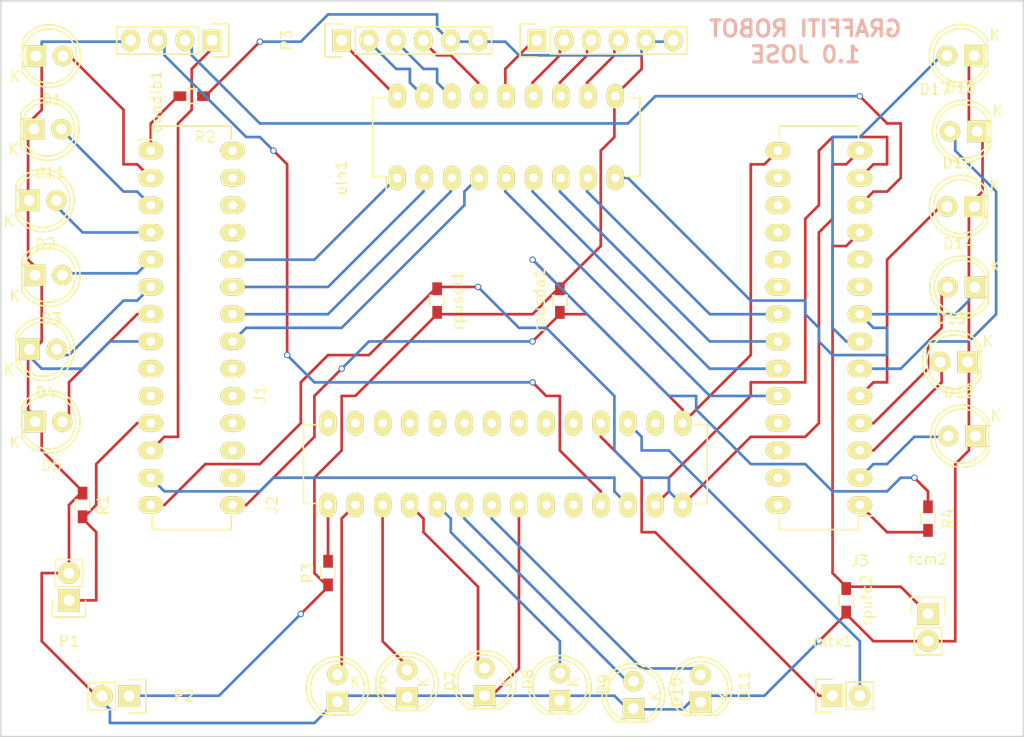
<source format=kicad_pcb>
(kicad_pcb (version 4) (host pcbnew 4.0.2-stable)

  (general
    (links 91)
    (no_connects 0)
    (area 93.904999 30.404999 189.305001 99.135001)
    (thickness 1.6)
    (drawings 5)
    (tracks 468)
    (zones 0)
    (modules 36)
    (nets 86)
  )

  (page A4)
  (layers
    (0 F.Cu signal)
    (31 B.Cu signal)
    (32 B.Adhes user)
    (33 F.Adhes user)
    (34 B.Paste user)
    (35 F.Paste user)
    (36 B.SilkS user)
    (37 F.SilkS user)
    (38 B.Mask user)
    (39 F.Mask user)
    (40 Dwgs.User user)
    (41 Cmts.User user)
    (42 Eco1.User user)
    (43 Eco2.User user)
    (44 Edge.Cuts user)
    (45 Margin user)
    (46 B.CrtYd user)
    (47 F.CrtYd user)
    (48 B.Fab user)
    (49 F.Fab user)
  )

  (setup
    (last_trace_width 0.25)
    (trace_clearance 0.2)
    (zone_clearance 0.508)
    (zone_45_only no)
    (trace_min 0.2)
    (segment_width 0.2)
    (edge_width 0.15)
    (via_size 0.6)
    (via_drill 0.4)
    (via_min_size 0.4)
    (via_min_drill 0.3)
    (uvia_size 0.3)
    (uvia_drill 0.1)
    (uvias_allowed no)
    (uvia_min_size 0.2)
    (uvia_min_drill 0.1)
    (pcb_text_width 0.3)
    (pcb_text_size 1.5 1.5)
    (mod_edge_width 0.15)
    (mod_text_size 1 1)
    (mod_text_width 0.15)
    (pad_size 1.524 1.524)
    (pad_drill 0.762)
    (pad_to_mask_clearance 0.2)
    (aux_axis_origin 0 0)
    (visible_elements FFFFFF7F)
    (pcbplotparams
      (layerselection 0x010f0_80000001)
      (usegerberextensions true)
      (excludeedgelayer true)
      (linewidth 0.050000)
      (plotframeref false)
      (viasonmask false)
      (mode 1)
      (useauxorigin false)
      (hpglpennumber 1)
      (hpglpenspeed 20)
      (hpglpendiameter 15)
      (hpglpenoverlay 2)
      (psnegative false)
      (psa4output false)
      (plotreference true)
      (plotvalue true)
      (plotinvisibletext false)
      (padsonsilk false)
      (subtractmaskfromsilk false)
      (outputformat 1)
      (mirror false)
      (drillshape 0)
      (scaleselection 1)
      (outputdirectory ""))
  )

  (net 0 "")
  (net 1 "Net-(J1-Pad12)")
  (net 2 "Net-(J3-Pad12)")
  (net 3 "Net-(J2-Pad11)")
  (net 4 "Net-(D1-Pad1)")
  (net 5 "Net-(D1-Pad2)")
  (net 6 "Net-(D2-Pad2)")
  (net 7 "Net-(D3-Pad2)")
  (net 8 "Net-(D4-Pad2)")
  (net 9 "Net-(D5-Pad2)")
  (net 10 "Net-(D6-Pad2)")
  (net 11 "Net-(D7-Pad2)")
  (net 12 "Net-(D8-Pad2)")
  (net 13 "Net-(D9-Pad2)")
  (net 14 "Net-(D10-Pad2)")
  (net 15 "Net-(D11-Pad2)")
  (net 16 "Net-(J1-Pad3)")
  (net 17 "Net-(D12-Pad2)")
  (net 18 "Net-(D13-Pad2)")
  (net 19 "Net-(D14-Pad2)")
  (net 20 "Net-(D15-Pad2)")
  (net 21 "Net-(D16-Pad2)")
  (net 22 "Net-(D17-Pad2)")
  (net 23 "Net-(J3-Pad11)")
  (net 24 "Net-(J1-Pad1)")
  (net 25 "Net-(J1-Pad9)")
  (net 26 "Net-(J1-Pad10)")
  (net 27 "Net-(J1-Pad11)")
  (net 28 "Net-(J1-Pad13)")
  (net 29 "Net-(J1-Pad14)")
  (net 30 "Net-(J1-Pad15)")
  (net 31 "Net-(J1-Pad16)")
  (net 32 "Net-(J1-Pad17)")
  (net 33 "Net-(J1-Pad18)")
  (net 34 "Net-(J1-Pad19)")
  (net 35 "Net-(J1-Pad20)")
  (net 36 "Net-(J1-Pad21)")
  (net 37 "Net-(J1-Pad22)")
  (net 38 "Net-(J1-Pad23)")
  (net 39 "Net-(J1-Pad24)")
  (net 40 "Net-(J1-Pad25)")
  (net 41 "Net-(J1-Pad26)")
  (net 42 "Net-(J1-Pad27)")
  (net 43 "Net-(J1-Pad28)")
  (net 44 "Net-(J2-Pad1)")
  (net 45 "Net-(J2-Pad9)")
  (net 46 "Net-(J2-Pad10)")
  (net 47 "Net-(J2-Pad13)")
  (net 48 "Net-(J2-Pad16)")
  (net 49 "Net-(J2-Pad17)")
  (net 50 "Net-(J2-Pad18)")
  (net 51 "Net-(J2-Pad19)")
  (net 52 "Net-(J2-Pad20)")
  (net 53 "Net-(J2-Pad21)")
  (net 54 "Net-(J2-Pad22)")
  (net 55 "Net-(J2-Pad23)")
  (net 56 "Net-(J2-Pad24)")
  (net 57 "Net-(J2-Pad25)")
  (net 58 "Net-(J2-Pad26)")
  (net 59 "Net-(J2-Pad27)")
  (net 60 "Net-(J2-Pad28)")
  (net 61 "Net-(J3-Pad1)")
  (net 62 "Net-(J3-Pad9)")
  (net 63 "Net-(J3-Pad10)")
  (net 64 "Net-(J3-Pad16)")
  (net 65 "Net-(J3-Pad17)")
  (net 66 "Net-(J3-Pad18)")
  (net 67 "Net-(J3-Pad19)")
  (net 68 "Net-(J3-Pad20)")
  (net 69 "Net-(J3-Pad21)")
  (net 70 "Net-(J3-Pad22)")
  (net 71 "Net-(J3-Pad23)")
  (net 72 "Net-(J3-Pad24)")
  (net 73 "Net-(J3-Pad25)")
  (net 74 "Net-(J3-Pad26)")
  (net 75 "Net-(J3-Pad27)")
  (net 76 "Net-(J3-Pad28)")
  (net 77 "Net-(P2-Pad1)")
  (net 78 "Net-(P3-Pad1)")
  (net 79 "Net-(P3-Pad2)")
  (net 80 "Net-(P3-Pad3)")
  (net 81 "Net-(P3-Pad4)")
  (net 82 "Net-(P4-Pad1)")
  (net 83 "Net-(P4-Pad2)")
  (net 84 "Net-(P4-Pad3)")
  (net 85 "Net-(P4-Pad4)")

  (net_class Default "This is the default net class."
    (clearance 0.2)
    (trace_width 0.25)
    (via_dia 0.6)
    (via_drill 0.4)
    (uvia_dia 0.3)
    (uvia_drill 0.1)
    (add_net "Net-(D1-Pad1)")
    (add_net "Net-(D1-Pad2)")
    (add_net "Net-(D10-Pad2)")
    (add_net "Net-(D11-Pad2)")
    (add_net "Net-(D12-Pad2)")
    (add_net "Net-(D13-Pad2)")
    (add_net "Net-(D14-Pad2)")
    (add_net "Net-(D15-Pad2)")
    (add_net "Net-(D16-Pad2)")
    (add_net "Net-(D17-Pad2)")
    (add_net "Net-(D2-Pad2)")
    (add_net "Net-(D3-Pad2)")
    (add_net "Net-(D4-Pad2)")
    (add_net "Net-(D5-Pad2)")
    (add_net "Net-(D6-Pad2)")
    (add_net "Net-(D7-Pad2)")
    (add_net "Net-(D8-Pad2)")
    (add_net "Net-(D9-Pad2)")
    (add_net "Net-(J1-Pad1)")
    (add_net "Net-(J1-Pad10)")
    (add_net "Net-(J1-Pad11)")
    (add_net "Net-(J1-Pad12)")
    (add_net "Net-(J1-Pad13)")
    (add_net "Net-(J1-Pad14)")
    (add_net "Net-(J1-Pad15)")
    (add_net "Net-(J1-Pad16)")
    (add_net "Net-(J1-Pad17)")
    (add_net "Net-(J1-Pad18)")
    (add_net "Net-(J1-Pad19)")
    (add_net "Net-(J1-Pad20)")
    (add_net "Net-(J1-Pad21)")
    (add_net "Net-(J1-Pad22)")
    (add_net "Net-(J1-Pad23)")
    (add_net "Net-(J1-Pad24)")
    (add_net "Net-(J1-Pad25)")
    (add_net "Net-(J1-Pad26)")
    (add_net "Net-(J1-Pad27)")
    (add_net "Net-(J1-Pad28)")
    (add_net "Net-(J1-Pad3)")
    (add_net "Net-(J1-Pad9)")
    (add_net "Net-(J2-Pad1)")
    (add_net "Net-(J2-Pad10)")
    (add_net "Net-(J2-Pad11)")
    (add_net "Net-(J2-Pad13)")
    (add_net "Net-(J2-Pad16)")
    (add_net "Net-(J2-Pad17)")
    (add_net "Net-(J2-Pad18)")
    (add_net "Net-(J2-Pad19)")
    (add_net "Net-(J2-Pad20)")
    (add_net "Net-(J2-Pad21)")
    (add_net "Net-(J2-Pad22)")
    (add_net "Net-(J2-Pad23)")
    (add_net "Net-(J2-Pad24)")
    (add_net "Net-(J2-Pad25)")
    (add_net "Net-(J2-Pad26)")
    (add_net "Net-(J2-Pad27)")
    (add_net "Net-(J2-Pad28)")
    (add_net "Net-(J2-Pad9)")
    (add_net "Net-(J3-Pad1)")
    (add_net "Net-(J3-Pad10)")
    (add_net "Net-(J3-Pad11)")
    (add_net "Net-(J3-Pad12)")
    (add_net "Net-(J3-Pad16)")
    (add_net "Net-(J3-Pad17)")
    (add_net "Net-(J3-Pad18)")
    (add_net "Net-(J3-Pad19)")
    (add_net "Net-(J3-Pad20)")
    (add_net "Net-(J3-Pad21)")
    (add_net "Net-(J3-Pad22)")
    (add_net "Net-(J3-Pad23)")
    (add_net "Net-(J3-Pad24)")
    (add_net "Net-(J3-Pad25)")
    (add_net "Net-(J3-Pad26)")
    (add_net "Net-(J3-Pad27)")
    (add_net "Net-(J3-Pad28)")
    (add_net "Net-(J3-Pad9)")
    (add_net "Net-(P2-Pad1)")
    (add_net "Net-(P3-Pad1)")
    (add_net "Net-(P3-Pad2)")
    (add_net "Net-(P3-Pad3)")
    (add_net "Net-(P3-Pad4)")
    (add_net "Net-(P4-Pad1)")
    (add_net "Net-(P4-Pad2)")
    (add_net "Net-(P4-Pad3)")
    (add_net "Net-(P4-Pad4)")
  )

  (module Pin_Headers:Pin_Header_Straight_1x04 (layer F.Cu) (tedit 578CFD5B) (tstamp 578CF879)
    (at 113.667381 34.165 270)
    (descr "Through hole pin header")
    (tags "pin header")
    (path /578CE9D1)
    (fp_text reference condib1 (at 5.712619 5.205 270) (layer F.SilkS)
      (effects (font (size 1 1) (thickness 0.15)))
    )
    (fp_text value conndib (at 5.712619 6.475 270) (layer F.Fab)
      (effects (font (size 1 1) (thickness 0.15)))
    )
    (fp_line (start -1.75 -1.75) (end -1.75 9.4) (layer F.CrtYd) (width 0.05))
    (fp_line (start 1.75 -1.75) (end 1.75 9.4) (layer F.CrtYd) (width 0.05))
    (fp_line (start -1.75 -1.75) (end 1.75 -1.75) (layer F.CrtYd) (width 0.05))
    (fp_line (start -1.75 9.4) (end 1.75 9.4) (layer F.CrtYd) (width 0.05))
    (fp_line (start -1.27 1.27) (end -1.27 8.89) (layer F.SilkS) (width 0.15))
    (fp_line (start 1.27 1.27) (end 1.27 8.89) (layer F.SilkS) (width 0.15))
    (fp_line (start 1.55 -1.55) (end 1.55 0) (layer F.SilkS) (width 0.15))
    (fp_line (start -1.27 8.89) (end 1.27 8.89) (layer F.SilkS) (width 0.15))
    (fp_line (start 1.27 1.27) (end -1.27 1.27) (layer F.SilkS) (width 0.15))
    (fp_line (start -1.55 0) (end -1.55 -1.55) (layer F.SilkS) (width 0.15))
    (fp_line (start -1.55 -1.55) (end 1.55 -1.55) (layer F.SilkS) (width 0.15))
    (pad 1 thru_hole rect (at 0 0 270) (size 2.032 1.7272) (drill 1.016) (layers *.Cu *.Mask F.SilkS)
      (net 1 "Net-(J1-Pad12)"))
    (pad 2 thru_hole oval (at 0 2.54 270) (size 2.032 1.7272) (drill 1.016) (layers *.Cu *.Mask F.SilkS)
      (net 2 "Net-(J3-Pad12)"))
    (pad 3 thru_hole oval (at 0 5.08 270) (size 2.032 1.7272) (drill 1.016) (layers *.Cu *.Mask F.SilkS)
      (net 3 "Net-(J2-Pad11)"))
    (pad 4 thru_hole oval (at 0 7.62 270) (size 2.032 1.7272) (drill 1.016) (layers *.Cu *.Mask F.SilkS)
      (net 4 "Net-(D1-Pad1)"))
    (model Pin_Headers.3dshapes/Pin_Header_Straight_1x04.wrl
      (at (xyz 0 -0.15 0))
      (scale (xyz 1 1 1))
      (rotate (xyz 0 0 90))
    )
  )

  (module LEDs:LED-5MM (layer F.Cu) (tedit 578CFDD0) (tstamp 578CF87F)
    (at 97.233 35.630001)
    (descr "LED 5mm round vertical")
    (tags "LED 5mm round vertical")
    (path /578D475E)
    (fp_text reference D1 (at 1.524 4.064) (layer F.SilkS)
      (effects (font (size 1 1) (thickness 0.15)))
    )
    (fp_text value d11 (at 5.002 1.834999) (layer F.Fab)
      (effects (font (size 1 1) (thickness 0.15)))
    )
    (fp_line (start -1.5 -1.55) (end -1.5 1.55) (layer F.CrtYd) (width 0.05))
    (fp_arc (start 1.3 0) (end -1.5 1.55) (angle -302) (layer F.CrtYd) (width 0.05))
    (fp_arc (start 1.27 0) (end -1.23 -1.5) (angle 297.5) (layer F.SilkS) (width 0.15))
    (fp_line (start -1.23 1.5) (end -1.23 -1.5) (layer F.SilkS) (width 0.15))
    (fp_circle (center 1.27 0) (end 0.97 -2.5) (layer F.SilkS) (width 0.15))
    (fp_text user K (at -1.905 1.905) (layer F.SilkS)
      (effects (font (size 1 1) (thickness 0.15)))
    )
    (pad 1 thru_hole rect (at 0 0 90) (size 2 1.9) (drill 1.00076) (layers *.Cu *.Mask F.SilkS)
      (net 4 "Net-(D1-Pad1)"))
    (pad 2 thru_hole circle (at 2.54 0) (size 1.9 1.9) (drill 1.00076) (layers *.Cu *.Mask F.SilkS)
      (net 5 "Net-(D1-Pad2)"))
    (model LEDs.3dshapes/LED-5MM.wrl
      (at (xyz 0.05 0 0))
      (scale (xyz 1 1 1))
      (rotate (xyz 0 0 90))
    )
  )

  (module LEDs:LED-5MM (layer F.Cu) (tedit 5570F7EA) (tstamp 578CF885)
    (at 96.623 49.090001)
    (descr "LED 5mm round vertical")
    (tags "LED 5mm round vertical")
    (path /578D4812)
    (fp_text reference D2 (at 1.524 4.064) (layer F.SilkS)
      (effects (font (size 1 1) (thickness 0.15)))
    )
    (fp_text value d13 (at 1.524 -3.937) (layer F.Fab)
      (effects (font (size 1 1) (thickness 0.15)))
    )
    (fp_line (start -1.5 -1.55) (end -1.5 1.55) (layer F.CrtYd) (width 0.05))
    (fp_arc (start 1.3 0) (end -1.5 1.55) (angle -302) (layer F.CrtYd) (width 0.05))
    (fp_arc (start 1.27 0) (end -1.23 -1.5) (angle 297.5) (layer F.SilkS) (width 0.15))
    (fp_line (start -1.23 1.5) (end -1.23 -1.5) (layer F.SilkS) (width 0.15))
    (fp_circle (center 1.27 0) (end 0.97 -2.5) (layer F.SilkS) (width 0.15))
    (fp_text user K (at -1.905 1.905) (layer F.SilkS)
      (effects (font (size 1 1) (thickness 0.15)))
    )
    (pad 1 thru_hole rect (at 0 0 90) (size 2 1.9) (drill 1.00076) (layers *.Cu *.Mask F.SilkS)
      (net 4 "Net-(D1-Pad1)"))
    (pad 2 thru_hole circle (at 2.54 0) (size 1.9 1.9) (drill 1.00076) (layers *.Cu *.Mask F.SilkS)
      (net 6 "Net-(D2-Pad2)"))
    (model LEDs.3dshapes/LED-5MM.wrl
      (at (xyz 0.05 0 0))
      (scale (xyz 1 1 1))
      (rotate (xyz 0 0 90))
    )
  )

  (module LEDs:LED-5MM (layer F.Cu) (tedit 5570F7EA) (tstamp 578CF88B)
    (at 97.173 56.050001)
    (descr "LED 5mm round vertical")
    (tags "LED 5mm round vertical")
    (path /578D486D)
    (fp_text reference D3 (at 1.524 4.064) (layer F.SilkS)
      (effects (font (size 1 1) (thickness 0.15)))
    )
    (fp_text value d14 (at 1.524 -3.937) (layer F.Fab)
      (effects (font (size 1 1) (thickness 0.15)))
    )
    (fp_line (start -1.5 -1.55) (end -1.5 1.55) (layer F.CrtYd) (width 0.05))
    (fp_arc (start 1.3 0) (end -1.5 1.55) (angle -302) (layer F.CrtYd) (width 0.05))
    (fp_arc (start 1.27 0) (end -1.23 -1.5) (angle 297.5) (layer F.SilkS) (width 0.15))
    (fp_line (start -1.23 1.5) (end -1.23 -1.5) (layer F.SilkS) (width 0.15))
    (fp_circle (center 1.27 0) (end 0.97 -2.5) (layer F.SilkS) (width 0.15))
    (fp_text user K (at -1.905 1.905) (layer F.SilkS)
      (effects (font (size 1 1) (thickness 0.15)))
    )
    (pad 1 thru_hole rect (at 0 0 90) (size 2 1.9) (drill 1.00076) (layers *.Cu *.Mask F.SilkS)
      (net 4 "Net-(D1-Pad1)"))
    (pad 2 thru_hole circle (at 2.54 0) (size 1.9 1.9) (drill 1.00076) (layers *.Cu *.Mask F.SilkS)
      (net 7 "Net-(D3-Pad2)"))
    (model LEDs.3dshapes/LED-5MM.wrl
      (at (xyz 0.05 0 0))
      (scale (xyz 1 1 1))
      (rotate (xyz 0 0 90))
    )
  )

  (module LEDs:LED-5MM (layer F.Cu) (tedit 5570F7EA) (tstamp 578CF891)
    (at 96.653 62.960001)
    (descr "LED 5mm round vertical")
    (tags "LED 5mm round vertical")
    (path /578D48CA)
    (fp_text reference D4 (at 1.524 4.064) (layer F.SilkS)
      (effects (font (size 1 1) (thickness 0.15)))
    )
    (fp_text value d15 (at 1.524 -3.937) (layer F.Fab)
      (effects (font (size 1 1) (thickness 0.15)))
    )
    (fp_line (start -1.5 -1.55) (end -1.5 1.55) (layer F.CrtYd) (width 0.05))
    (fp_arc (start 1.3 0) (end -1.5 1.55) (angle -302) (layer F.CrtYd) (width 0.05))
    (fp_arc (start 1.27 0) (end -1.23 -1.5) (angle 297.5) (layer F.SilkS) (width 0.15))
    (fp_line (start -1.23 1.5) (end -1.23 -1.5) (layer F.SilkS) (width 0.15))
    (fp_circle (center 1.27 0) (end 0.97 -2.5) (layer F.SilkS) (width 0.15))
    (fp_text user K (at -1.905 1.905) (layer F.SilkS)
      (effects (font (size 1 1) (thickness 0.15)))
    )
    (pad 1 thru_hole rect (at 0 0 90) (size 2 1.9) (drill 1.00076) (layers *.Cu *.Mask F.SilkS)
      (net 4 "Net-(D1-Pad1)"))
    (pad 2 thru_hole circle (at 2.54 0) (size 1.9 1.9) (drill 1.00076) (layers *.Cu *.Mask F.SilkS)
      (net 8 "Net-(D4-Pad2)"))
    (model LEDs.3dshapes/LED-5MM.wrl
      (at (xyz 0.05 0 0))
      (scale (xyz 1 1 1))
      (rotate (xyz 0 0 90))
    )
  )

  (module LEDs:LED-5MM (layer F.Cu) (tedit 5570F7EA) (tstamp 578CF897)
    (at 97.173 69.720001)
    (descr "LED 5mm round vertical")
    (tags "LED 5mm round vertical")
    (path /578D4929)
    (fp_text reference D5 (at 1.524 4.064) (layer F.SilkS)
      (effects (font (size 1 1) (thickness 0.15)))
    )
    (fp_text value d16 (at 1.524 -3.937) (layer F.Fab)
      (effects (font (size 1 1) (thickness 0.15)))
    )
    (fp_line (start -1.5 -1.55) (end -1.5 1.55) (layer F.CrtYd) (width 0.05))
    (fp_arc (start 1.3 0) (end -1.5 1.55) (angle -302) (layer F.CrtYd) (width 0.05))
    (fp_arc (start 1.27 0) (end -1.23 -1.5) (angle 297.5) (layer F.SilkS) (width 0.15))
    (fp_line (start -1.23 1.5) (end -1.23 -1.5) (layer F.SilkS) (width 0.15))
    (fp_circle (center 1.27 0) (end 0.97 -2.5) (layer F.SilkS) (width 0.15))
    (fp_text user K (at -1.905 1.905) (layer F.SilkS)
      (effects (font (size 1 1) (thickness 0.15)))
    )
    (pad 1 thru_hole rect (at 0 0 90) (size 2 1.9) (drill 1.00076) (layers *.Cu *.Mask F.SilkS)
      (net 4 "Net-(D1-Pad1)"))
    (pad 2 thru_hole circle (at 2.54 0) (size 1.9 1.9) (drill 1.00076) (layers *.Cu *.Mask F.SilkS)
      (net 9 "Net-(D5-Pad2)"))
    (model LEDs.3dshapes/LED-5MM.wrl
      (at (xyz 0.05 0 0))
      (scale (xyz 1 1 1))
      (rotate (xyz 0 0 90))
    )
  )

  (module LEDs:LED-5MM (layer F.Cu) (tedit 578CFE12) (tstamp 578CF89D)
    (at 125.335001 95.812 90)
    (descr "LED 5mm round vertical")
    (tags "LED 5mm round vertical")
    (path /578D44A4)
    (fp_text reference D6 (at 1.524 4.064 90) (layer F.SilkS)
      (effects (font (size 1 1) (thickness 0.15)))
    )
    (fp_text value dm1 (at 1.524 -3.937 90) (layer F.Fab)
      (effects (font (size 1 1) (thickness 0.15)))
    )
    (fp_line (start -1.5 -1.55) (end -1.5 1.55) (layer F.CrtYd) (width 0.05))
    (fp_arc (start 1.3 0) (end -1.5 1.55) (angle -302) (layer F.CrtYd) (width 0.05))
    (fp_arc (start 1.27 0) (end -1.23 -1.5) (angle 297.5) (layer F.SilkS) (width 0.15))
    (fp_line (start -1.23 1.5) (end -1.23 -1.5) (layer F.SilkS) (width 0.15))
    (fp_circle (center 1.27 0) (end 0.97 -2.5) (layer F.SilkS) (width 0.15))
    (fp_text user K (at 1.832 1.664999 180) (layer F.SilkS)
      (effects (font (size 1 1) (thickness 0.15)))
    )
    (pad 1 thru_hole rect (at 0 0 180) (size 2 1.9) (drill 1.00076) (layers *.Cu *.Mask F.SilkS)
      (net 4 "Net-(D1-Pad1)"))
    (pad 2 thru_hole circle (at 2.54 0 90) (size 1.9 1.9) (drill 1.00076) (layers *.Cu *.Mask F.SilkS)
      (net 10 "Net-(D6-Pad2)"))
    (model LEDs.3dshapes/LED-5MM.wrl
      (at (xyz 0.05 0 0))
      (scale (xyz 1 1 1))
      (rotate (xyz 0 0 90))
    )
  )

  (module LEDs:LED-5MM (layer F.Cu) (tedit 578CFE14) (tstamp 578CF8A3)
    (at 131.815001 95.392 90)
    (descr "LED 5mm round vertical")
    (tags "LED 5mm round vertical")
    (path /578D4529)
    (fp_text reference D7 (at 1.524 4.064 90) (layer F.SilkS)
      (effects (font (size 1 1) (thickness 0.15)))
    )
    (fp_text value dm2 (at 1.524 -3.937 90) (layer F.Fab)
      (effects (font (size 1 1) (thickness 0.15)))
    )
    (fp_line (start -1.5 -1.55) (end -1.5 1.55) (layer F.CrtYd) (width 0.05))
    (fp_arc (start 1.3 0) (end -1.5 1.55) (angle -302) (layer F.CrtYd) (width 0.05))
    (fp_arc (start 1.27 0) (end -1.23 -1.5) (angle 297.5) (layer F.SilkS) (width 0.15))
    (fp_line (start -1.23 1.5) (end -1.23 -1.5) (layer F.SilkS) (width 0.15))
    (fp_circle (center 1.27 0) (end 0.97 -2.5) (layer F.SilkS) (width 0.15))
    (fp_text user K (at 1.412 1.534999 90) (layer F.SilkS)
      (effects (font (size 1 1) (thickness 0.15)))
    )
    (pad 1 thru_hole rect (at 0 0 180) (size 2 1.9) (drill 1.00076) (layers *.Cu *.Mask F.SilkS)
      (net 4 "Net-(D1-Pad1)"))
    (pad 2 thru_hole circle (at 2.54 0 90) (size 1.9 1.9) (drill 1.00076) (layers *.Cu *.Mask F.SilkS)
      (net 11 "Net-(D7-Pad2)"))
    (model LEDs.3dshapes/LED-5MM.wrl
      (at (xyz 0.05 0 0))
      (scale (xyz 1 1 1))
      (rotate (xyz 0 0 90))
    )
  )

  (module LEDs:LED-5MM (layer F.Cu) (tedit 578CFE17) (tstamp 578CF8A9)
    (at 139.035001 95.232 90)
    (descr "LED 5mm round vertical")
    (tags "LED 5mm round vertical")
    (path /578D45C2)
    (fp_text reference D8 (at 1.524 4.064 90) (layer F.SilkS)
      (effects (font (size 1 1) (thickness 0.15)))
    )
    (fp_text value dm3 (at 1.524 -3.937 90) (layer F.Fab)
      (effects (font (size 1 1) (thickness 0.15)))
    )
    (fp_line (start -1.5 -1.55) (end -1.5 1.55) (layer F.CrtYd) (width 0.05))
    (fp_arc (start 1.3 0) (end -1.5 1.55) (angle -302) (layer F.CrtYd) (width 0.05))
    (fp_arc (start 1.27 0) (end -1.23 -1.5) (angle 297.5) (layer F.SilkS) (width 0.15))
    (fp_line (start -1.23 1.5) (end -1.23 -1.5) (layer F.SilkS) (width 0.15))
    (fp_circle (center 1.27 0) (end 0.97 -2.5) (layer F.SilkS) (width 0.15))
    (fp_text user K (at 1.252 1.934999 90) (layer F.SilkS)
      (effects (font (size 1 1) (thickness 0.15)))
    )
    (pad 1 thru_hole rect (at 0 0 180) (size 2 1.9) (drill 1.00076) (layers *.Cu *.Mask F.SilkS)
      (net 4 "Net-(D1-Pad1)"))
    (pad 2 thru_hole circle (at 2.54 0 90) (size 1.9 1.9) (drill 1.00076) (layers *.Cu *.Mask F.SilkS)
      (net 12 "Net-(D8-Pad2)"))
    (model LEDs.3dshapes/LED-5MM.wrl
      (at (xyz 0.05 0 0))
      (scale (xyz 1 1 1))
      (rotate (xyz 0 0 90))
    )
  )

  (module LEDs:LED-5MM (layer F.Cu) (tedit 578CFE1A) (tstamp 578CF8AF)
    (at 146.045001 95.692 90)
    (descr "LED 5mm round vertical")
    (tags "LED 5mm round vertical")
    (path /578D465D)
    (fp_text reference D9 (at 1.524 4.064 90) (layer F.SilkS)
      (effects (font (size 1 1) (thickness 0.15)))
    )
    (fp_text value dm4 (at 1.524 -3.937 90) (layer F.Fab)
      (effects (font (size 1 1) (thickness 0.15)))
    )
    (fp_line (start -1.5 -1.55) (end -1.5 1.55) (layer F.CrtYd) (width 0.05))
    (fp_arc (start 1.3 0) (end -1.5 1.55) (angle -302) (layer F.CrtYd) (width 0.05))
    (fp_arc (start 1.27 0) (end -1.23 -1.5) (angle 297.5) (layer F.SilkS) (width 0.15))
    (fp_line (start -1.23 1.5) (end -1.23 -1.5) (layer F.SilkS) (width 0.15))
    (fp_circle (center 1.27 0) (end 0.97 -2.5) (layer F.SilkS) (width 0.15))
    (fp_text user K (at 1.712 1.274999 90) (layer F.SilkS)
      (effects (font (size 1 1) (thickness 0.15)))
    )
    (pad 1 thru_hole rect (at 0 0 180) (size 2 1.9) (drill 1.00076) (layers *.Cu *.Mask F.SilkS)
      (net 4 "Net-(D1-Pad1)"))
    (pad 2 thru_hole circle (at 2.54 0 90) (size 1.9 1.9) (drill 1.00076) (layers *.Cu *.Mask F.SilkS)
      (net 13 "Net-(D9-Pad2)"))
    (model LEDs.3dshapes/LED-5MM.wrl
      (at (xyz 0.05 0 0))
      (scale (xyz 1 1 1))
      (rotate (xyz 0 0 90))
    )
  )

  (module LEDs:LED-5MM (layer F.Cu) (tedit 578CFE1C) (tstamp 578CF8B5)
    (at 152.905001 96.442 90)
    (descr "LED 5mm round vertical")
    (tags "LED 5mm round vertical")
    (path /578D46B2)
    (fp_text reference D10 (at 1.524 4.064 90) (layer F.SilkS)
      (effects (font (size 1 1) (thickness 0.15)))
    )
    (fp_text value dm5 (at 1.524 -3.937 90) (layer F.Fab)
      (effects (font (size 1 1) (thickness 0.15)))
    )
    (fp_line (start -1.5 -1.55) (end -1.5 1.55) (layer F.CrtYd) (width 0.05))
    (fp_arc (start 1.3 0) (end -1.5 1.55) (angle -302) (layer F.CrtYd) (width 0.05))
    (fp_arc (start 1.27 0) (end -1.23 -1.5) (angle 297.5) (layer F.SilkS) (width 0.15))
    (fp_line (start -1.23 1.5) (end -1.23 -1.5) (layer F.SilkS) (width 0.15))
    (fp_circle (center 1.27 0) (end 0.97 -2.5) (layer F.SilkS) (width 0.15))
    (fp_text user K (at 1.192 2.034999 90) (layer F.SilkS)
      (effects (font (size 1 1) (thickness 0.15)))
    )
    (pad 1 thru_hole rect (at 0 0 180) (size 2 1.9) (drill 1.00076) (layers *.Cu *.Mask F.SilkS)
      (net 4 "Net-(D1-Pad1)"))
    (pad 2 thru_hole circle (at 2.54 0 90) (size 1.9 1.9) (drill 1.00076) (layers *.Cu *.Mask F.SilkS)
      (net 14 "Net-(D10-Pad2)"))
    (model LEDs.3dshapes/LED-5MM.wrl
      (at (xyz 0.05 0 0))
      (scale (xyz 1 1 1))
      (rotate (xyz 0 0 90))
    )
  )

  (module LEDs:LED-5MM (layer F.Cu) (tedit 578CFE1E) (tstamp 578CF8BB)
    (at 159.155001 95.842 90)
    (descr "LED 5mm round vertical")
    (tags "LED 5mm round vertical")
    (path /578D4709)
    (fp_text reference D11 (at 1.524 4.064 90) (layer F.SilkS)
      (effects (font (size 1 1) (thickness 0.15)))
    )
    (fp_text value dm6 (at 1.524 -3.937 90) (layer F.Fab)
      (effects (font (size 1 1) (thickness 0.15)))
    )
    (fp_line (start -1.5 -1.55) (end -1.5 1.55) (layer F.CrtYd) (width 0.05))
    (fp_arc (start 1.3 0) (end -1.5 1.55) (angle -302) (layer F.CrtYd) (width 0.05))
    (fp_arc (start 1.27 0) (end -1.23 -1.5) (angle 297.5) (layer F.SilkS) (width 0.15))
    (fp_line (start -1.23 1.5) (end -1.23 -1.5) (layer F.SilkS) (width 0.15))
    (fp_circle (center 1.27 0) (end 0.97 -2.5) (layer F.SilkS) (width 0.15))
    (fp_text user K (at 0.592 2.134999 90) (layer F.SilkS)
      (effects (font (size 1 1) (thickness 0.15)))
    )
    (pad 1 thru_hole rect (at 0 0 180) (size 2 1.9) (drill 1.00076) (layers *.Cu *.Mask F.SilkS)
      (net 4 "Net-(D1-Pad1)"))
    (pad 2 thru_hole circle (at 2.54 0 90) (size 1.9 1.9) (drill 1.00076) (layers *.Cu *.Mask F.SilkS)
      (net 15 "Net-(D11-Pad2)"))
    (model LEDs.3dshapes/LED-5MM.wrl
      (at (xyz 0.05 0 0))
      (scale (xyz 1 1 1))
      (rotate (xyz 0 0 90))
    )
  )

  (module LEDs:LED-5MM (layer F.Cu) (tedit 5570F7EA) (tstamp 578CF8C1)
    (at 97.073 42.440001)
    (descr "LED 5mm round vertical")
    (tags "LED 5mm round vertical")
    (path /578D47B9)
    (fp_text reference d11 (at 1.524 4.064) (layer F.SilkS)
      (effects (font (size 1 1) (thickness 0.15)))
    )
    (fp_text value d12 (at 1.524 -3.937) (layer F.Fab)
      (effects (font (size 1 1) (thickness 0.15)))
    )
    (fp_line (start -1.5 -1.55) (end -1.5 1.55) (layer F.CrtYd) (width 0.05))
    (fp_arc (start 1.3 0) (end -1.5 1.55) (angle -302) (layer F.CrtYd) (width 0.05))
    (fp_arc (start 1.27 0) (end -1.23 -1.5) (angle 297.5) (layer F.SilkS) (width 0.15))
    (fp_line (start -1.23 1.5) (end -1.23 -1.5) (layer F.SilkS) (width 0.15))
    (fp_circle (center 1.27 0) (end 0.97 -2.5) (layer F.SilkS) (width 0.15))
    (fp_text user K (at -1.905 1.905) (layer F.SilkS)
      (effects (font (size 1 1) (thickness 0.15)))
    )
    (pad 1 thru_hole rect (at 0 0 90) (size 2 1.9) (drill 1.00076) (layers *.Cu *.Mask F.SilkS)
      (net 4 "Net-(D1-Pad1)"))
    (pad 2 thru_hole circle (at 2.54 0) (size 1.9 1.9) (drill 1.00076) (layers *.Cu *.Mask F.SilkS)
      (net 16 "Net-(J1-Pad3)"))
    (model LEDs.3dshapes/LED-5MM.wrl
      (at (xyz 0.05 0 0))
      (scale (xyz 1 1 1))
      (rotate (xyz 0 0 90))
    )
  )

  (module LEDs:LED-5MM (layer F.Cu) (tedit 5570F7EA) (tstamp 578CF8C7)
    (at 184.767 71.049999 180)
    (descr "LED 5mm round vertical")
    (tags "LED 5mm round vertical")
    (path /578D41D2)
    (fp_text reference D12 (at 1.524 4.064 180) (layer F.SilkS)
      (effects (font (size 1 1) (thickness 0.15)))
    )
    (fp_text value LED (at 1.524 -3.937 180) (layer F.Fab)
      (effects (font (size 1 1) (thickness 0.15)))
    )
    (fp_line (start -1.5 -1.55) (end -1.5 1.55) (layer F.CrtYd) (width 0.05))
    (fp_arc (start 1.3 0) (end -1.5 1.55) (angle -302) (layer F.CrtYd) (width 0.05))
    (fp_arc (start 1.27 0) (end -1.23 -1.5) (angle 297.5) (layer F.SilkS) (width 0.15))
    (fp_line (start -1.23 1.5) (end -1.23 -1.5) (layer F.SilkS) (width 0.15))
    (fp_circle (center 1.27 0) (end 0.97 -2.5) (layer F.SilkS) (width 0.15))
    (fp_text user K (at -1.905 1.905 180) (layer F.SilkS)
      (effects (font (size 1 1) (thickness 0.15)))
    )
    (pad 1 thru_hole rect (at 0 0 270) (size 2 1.9) (drill 1.00076) (layers *.Cu *.Mask F.SilkS)
      (net 4 "Net-(D1-Pad1)"))
    (pad 2 thru_hole circle (at 2.54 0 180) (size 1.9 1.9) (drill 1.00076) (layers *.Cu *.Mask F.SilkS)
      (net 17 "Net-(D12-Pad2)"))
    (model LEDs.3dshapes/LED-5MM.wrl
      (at (xyz 0.05 0 0))
      (scale (xyz 1 1 1))
      (rotate (xyz 0 0 90))
    )
  )

  (module LEDs:LED-5MM (layer F.Cu) (tedit 5570F7EA) (tstamp 578CF8CD)
    (at 184.017 64.139999 180)
    (descr "LED 5mm round vertical")
    (tags "LED 5mm round vertical")
    (path /578D425F)
    (fp_text reference D13 (at 1.524 4.064 180) (layer F.SilkS)
      (effects (font (size 1 1) (thickness 0.15)))
    )
    (fp_text value LED (at 1.524 -3.937 180) (layer F.Fab)
      (effects (font (size 1 1) (thickness 0.15)))
    )
    (fp_line (start -1.5 -1.55) (end -1.5 1.55) (layer F.CrtYd) (width 0.05))
    (fp_arc (start 1.3 0) (end -1.5 1.55) (angle -302) (layer F.CrtYd) (width 0.05))
    (fp_arc (start 1.27 0) (end -1.23 -1.5) (angle 297.5) (layer F.SilkS) (width 0.15))
    (fp_line (start -1.23 1.5) (end -1.23 -1.5) (layer F.SilkS) (width 0.15))
    (fp_circle (center 1.27 0) (end 0.97 -2.5) (layer F.SilkS) (width 0.15))
    (fp_text user K (at -1.905 1.905 180) (layer F.SilkS)
      (effects (font (size 1 1) (thickness 0.15)))
    )
    (pad 1 thru_hole rect (at 0 0 270) (size 2 1.9) (drill 1.00076) (layers *.Cu *.Mask F.SilkS)
      (net 4 "Net-(D1-Pad1)"))
    (pad 2 thru_hole circle (at 2.54 0 180) (size 1.9 1.9) (drill 1.00076) (layers *.Cu *.Mask F.SilkS)
      (net 18 "Net-(D13-Pad2)"))
    (model LEDs.3dshapes/LED-5MM.wrl
      (at (xyz 0.05 0 0))
      (scale (xyz 1 1 1))
      (rotate (xyz 0 0 90))
    )
  )

  (module LEDs:LED-5MM (layer F.Cu) (tedit 5570F7EA) (tstamp 578CF8D3)
    (at 184.707 57.179999 180)
    (descr "LED 5mm round vertical")
    (tags "LED 5mm round vertical")
    (path /578D42DA)
    (fp_text reference D14 (at 1.524 4.064 180) (layer F.SilkS)
      (effects (font (size 1 1) (thickness 0.15)))
    )
    (fp_text value LED (at 1.524 -3.937 180) (layer F.Fab)
      (effects (font (size 1 1) (thickness 0.15)))
    )
    (fp_line (start -1.5 -1.55) (end -1.5 1.55) (layer F.CrtYd) (width 0.05))
    (fp_arc (start 1.3 0) (end -1.5 1.55) (angle -302) (layer F.CrtYd) (width 0.05))
    (fp_arc (start 1.27 0) (end -1.23 -1.5) (angle 297.5) (layer F.SilkS) (width 0.15))
    (fp_line (start -1.23 1.5) (end -1.23 -1.5) (layer F.SilkS) (width 0.15))
    (fp_circle (center 1.27 0) (end 0.97 -2.5) (layer F.SilkS) (width 0.15))
    (fp_text user K (at -1.905 1.905 180) (layer F.SilkS)
      (effects (font (size 1 1) (thickness 0.15)))
    )
    (pad 1 thru_hole rect (at 0 0 270) (size 2 1.9) (drill 1.00076) (layers *.Cu *.Mask F.SilkS)
      (net 4 "Net-(D1-Pad1)"))
    (pad 2 thru_hole circle (at 2.54 0 180) (size 1.9 1.9) (drill 1.00076) (layers *.Cu *.Mask F.SilkS)
      (net 19 "Net-(D14-Pad2)"))
    (model LEDs.3dshapes/LED-5MM.wrl
      (at (xyz 0.05 0 0))
      (scale (xyz 1 1 1))
      (rotate (xyz 0 0 90))
    )
  )

  (module LEDs:LED-5MM (layer F.Cu) (tedit 5570F7EA) (tstamp 578CF8D9)
    (at 184.647 49.659999 180)
    (descr "LED 5mm round vertical")
    (tags "LED 5mm round vertical")
    (path /578D4337)
    (fp_text reference D15 (at 1.524 4.064 180) (layer F.SilkS)
      (effects (font (size 1 1) (thickness 0.15)))
    )
    (fp_text value LED (at 1.524 -3.937 180) (layer F.Fab)
      (effects (font (size 1 1) (thickness 0.15)))
    )
    (fp_line (start -1.5 -1.55) (end -1.5 1.55) (layer F.CrtYd) (width 0.05))
    (fp_arc (start 1.3 0) (end -1.5 1.55) (angle -302) (layer F.CrtYd) (width 0.05))
    (fp_arc (start 1.27 0) (end -1.23 -1.5) (angle 297.5) (layer F.SilkS) (width 0.15))
    (fp_line (start -1.23 1.5) (end -1.23 -1.5) (layer F.SilkS) (width 0.15))
    (fp_circle (center 1.27 0) (end 0.97 -2.5) (layer F.SilkS) (width 0.15))
    (fp_text user K (at -1.905 1.905 180) (layer F.SilkS)
      (effects (font (size 1 1) (thickness 0.15)))
    )
    (pad 1 thru_hole rect (at 0 0 270) (size 2 1.9) (drill 1.00076) (layers *.Cu *.Mask F.SilkS)
      (net 4 "Net-(D1-Pad1)"))
    (pad 2 thru_hole circle (at 2.54 0 180) (size 1.9 1.9) (drill 1.00076) (layers *.Cu *.Mask F.SilkS)
      (net 20 "Net-(D15-Pad2)"))
    (model LEDs.3dshapes/LED-5MM.wrl
      (at (xyz 0.05 0 0))
      (scale (xyz 1 1 1))
      (rotate (xyz 0 0 90))
    )
  )

  (module LEDs:LED-5MM (layer F.Cu) (tedit 5570F7EA) (tstamp 578CF8DF)
    (at 184.927 42.649999 180)
    (descr "LED 5mm round vertical")
    (tags "LED 5mm round vertical")
    (path /578D4392)
    (fp_text reference D16 (at 1.524 4.064 180) (layer F.SilkS)
      (effects (font (size 1 1) (thickness 0.15)))
    )
    (fp_text value LED (at 1.524 -3.937 180) (layer F.Fab)
      (effects (font (size 1 1) (thickness 0.15)))
    )
    (fp_line (start -1.5 -1.55) (end -1.5 1.55) (layer F.CrtYd) (width 0.05))
    (fp_arc (start 1.3 0) (end -1.5 1.55) (angle -302) (layer F.CrtYd) (width 0.05))
    (fp_arc (start 1.27 0) (end -1.23 -1.5) (angle 297.5) (layer F.SilkS) (width 0.15))
    (fp_line (start -1.23 1.5) (end -1.23 -1.5) (layer F.SilkS) (width 0.15))
    (fp_circle (center 1.27 0) (end 0.97 -2.5) (layer F.SilkS) (width 0.15))
    (fp_text user K (at -1.905 1.905 180) (layer F.SilkS)
      (effects (font (size 1 1) (thickness 0.15)))
    )
    (pad 1 thru_hole rect (at 0 0 270) (size 2 1.9) (drill 1.00076) (layers *.Cu *.Mask F.SilkS)
      (net 4 "Net-(D1-Pad1)"))
    (pad 2 thru_hole circle (at 2.54 0 180) (size 1.9 1.9) (drill 1.00076) (layers *.Cu *.Mask F.SilkS)
      (net 21 "Net-(D16-Pad2)"))
    (model LEDs.3dshapes/LED-5MM.wrl
      (at (xyz 0.05 0 0))
      (scale (xyz 1 1 1))
      (rotate (xyz 0 0 90))
    )
  )

  (module LEDs:LED-5MM (layer F.Cu) (tedit 578CFE25) (tstamp 578CF8E5)
    (at 184.647 35.589999 180)
    (descr "LED 5mm round vertical")
    (tags "LED 5mm round vertical")
    (path /578D4407)
    (fp_text reference D17 (at 3.672 -3.145001 180) (layer F.SilkS)
      (effects (font (size 1 1) (thickness 0.15)))
    )
    (fp_text value LED (at 1.524 -3.937 180) (layer F.Fab)
      (effects (font (size 1 1) (thickness 0.15)))
    )
    (fp_line (start -1.5 -1.55) (end -1.5 1.55) (layer F.CrtYd) (width 0.05))
    (fp_arc (start 1.3 0) (end -1.5 1.55) (angle -302) (layer F.CrtYd) (width 0.05))
    (fp_arc (start 1.27 0) (end -1.23 -1.5) (angle 297.5) (layer F.SilkS) (width 0.15))
    (fp_line (start -1.23 1.5) (end -1.23 -1.5) (layer F.SilkS) (width 0.15))
    (fp_circle (center 1.27 0) (end 0.97 -2.5) (layer F.SilkS) (width 0.15))
    (fp_text user K (at -1.905 1.905 180) (layer F.SilkS)
      (effects (font (size 1 1) (thickness 0.15)))
    )
    (pad 1 thru_hole rect (at 0 0 270) (size 2 1.9) (drill 1.00076) (layers *.Cu *.Mask F.SilkS)
      (net 4 "Net-(D1-Pad1)"))
    (pad 2 thru_hole circle (at 2.54 0 180) (size 1.9 1.9) (drill 1.00076) (layers *.Cu *.Mask F.SilkS)
      (net 22 "Net-(D17-Pad2)"))
    (model LEDs.3dshapes/LED-5MM.wrl
      (at (xyz 0.05 0 0))
      (scale (xyz 1 1 1))
      (rotate (xyz 0 0 90))
    )
  )

  (module Pin_Headers:Pin_Header_Straight_1x02 (layer F.Cu) (tedit 54EA090C) (tstamp 578CF8EB)
    (at 180.34 87.63)
    (descr "Through hole pin header")
    (tags "pin header")
    (path /578CF195)
    (fp_text reference fcm2 (at 0 -5.1) (layer F.SilkS)
      (effects (font (size 1 1) (thickness 0.15)))
    )
    (fp_text value fcm2 (at 0 -3.1) (layer F.Fab)
      (effects (font (size 1 1) (thickness 0.15)))
    )
    (fp_line (start 1.27 1.27) (end 1.27 3.81) (layer F.SilkS) (width 0.15))
    (fp_line (start 1.55 -1.55) (end 1.55 0) (layer F.SilkS) (width 0.15))
    (fp_line (start -1.75 -1.75) (end -1.75 4.3) (layer F.CrtYd) (width 0.05))
    (fp_line (start 1.75 -1.75) (end 1.75 4.3) (layer F.CrtYd) (width 0.05))
    (fp_line (start -1.75 -1.75) (end 1.75 -1.75) (layer F.CrtYd) (width 0.05))
    (fp_line (start -1.75 4.3) (end 1.75 4.3) (layer F.CrtYd) (width 0.05))
    (fp_line (start 1.27 1.27) (end -1.27 1.27) (layer F.SilkS) (width 0.15))
    (fp_line (start -1.55 0) (end -1.55 -1.55) (layer F.SilkS) (width 0.15))
    (fp_line (start -1.55 -1.55) (end 1.55 -1.55) (layer F.SilkS) (width 0.15))
    (fp_line (start -1.27 1.27) (end -1.27 3.81) (layer F.SilkS) (width 0.15))
    (fp_line (start -1.27 3.81) (end 1.27 3.81) (layer F.SilkS) (width 0.15))
    (pad 1 thru_hole rect (at 0 0) (size 2.032 2.032) (drill 1.016) (layers *.Cu *.Mask F.SilkS)
      (net 23 "Net-(J3-Pad11)"))
    (pad 2 thru_hole oval (at 0 2.54) (size 2.032 2.032) (drill 1.016) (layers *.Cu *.Mask F.SilkS)
      (net 4 "Net-(D1-Pad1)"))
    (model Pin_Headers.3dshapes/Pin_Header_Straight_1x02.wrl
      (at (xyz 0 -0.05 0))
      (scale (xyz 1 1 1))
      (rotate (xyz 0 0 90))
    )
  )

  (module Housings_DIP:DIP-28_W7.62mm_LongPads (layer F.Cu) (tedit 578CFDAF) (tstamp 578CF90B)
    (at 107.95 44.45)
    (descr "28-lead dip package, row spacing 7.62 mm (300 mils), longer pads")
    (tags "dil dip 2.54 300")
    (path /578D0102)
    (fp_text reference J1 (at 10.155 22.720238 90) (layer F.SilkS)
      (effects (font (size 1 1) (thickness 0.15)))
    )
    (fp_text value slave1 (at 11.425 17.640238 90) (layer F.Fab)
      (effects (font (size 1 1) (thickness 0.15)))
    )
    (fp_line (start -1.4 -2.45) (end -1.4 35.5) (layer F.CrtYd) (width 0.05))
    (fp_line (start 9 -2.45) (end 9 35.5) (layer F.CrtYd) (width 0.05))
    (fp_line (start -1.4 -2.45) (end 9 -2.45) (layer F.CrtYd) (width 0.05))
    (fp_line (start -1.4 35.5) (end 9 35.5) (layer F.CrtYd) (width 0.05))
    (fp_line (start 0.135 -2.295) (end 0.135 -1.025) (layer F.SilkS) (width 0.15))
    (fp_line (start 7.485 -2.295) (end 7.485 -1.025) (layer F.SilkS) (width 0.15))
    (fp_line (start 7.485 35.315) (end 7.485 34.045) (layer F.SilkS) (width 0.15))
    (fp_line (start 0.135 35.315) (end 0.135 34.045) (layer F.SilkS) (width 0.15))
    (fp_line (start 0.135 -2.295) (end 7.485 -2.295) (layer F.SilkS) (width 0.15))
    (fp_line (start 0.135 35.315) (end 7.485 35.315) (layer F.SilkS) (width 0.15))
    (fp_line (start 0.135 -1.025) (end -1.15 -1.025) (layer F.SilkS) (width 0.15))
    (pad 1 thru_hole oval (at 0 0) (size 2.3 1.6) (drill 0.8) (layers *.Cu *.Mask F.SilkS)
      (net 24 "Net-(J1-Pad1)"))
    (pad 2 thru_hole oval (at 0 2.54) (size 2.3 1.6) (drill 0.8) (layers *.Cu *.Mask F.SilkS)
      (net 5 "Net-(D1-Pad2)"))
    (pad 3 thru_hole oval (at 0 5.08) (size 2.3 1.6) (drill 0.8) (layers *.Cu *.Mask F.SilkS)
      (net 16 "Net-(J1-Pad3)"))
    (pad 4 thru_hole oval (at 0 7.62) (size 2.3 1.6) (drill 0.8) (layers *.Cu *.Mask F.SilkS)
      (net 6 "Net-(D2-Pad2)"))
    (pad 5 thru_hole oval (at 0 10.16) (size 2.3 1.6) (drill 0.8) (layers *.Cu *.Mask F.SilkS)
      (net 7 "Net-(D3-Pad2)"))
    (pad 6 thru_hole oval (at 0 12.7) (size 2.3 1.6) (drill 0.8) (layers *.Cu *.Mask F.SilkS)
      (net 8 "Net-(D4-Pad2)"))
    (pad 7 thru_hole oval (at 0 15.24) (size 2.3 1.6) (drill 0.8) (layers *.Cu *.Mask F.SilkS)
      (net 9 "Net-(D5-Pad2)"))
    (pad 8 thru_hole oval (at 0 17.78) (size 2.3 1.6) (drill 0.8) (layers *.Cu *.Mask F.SilkS)
      (net 4 "Net-(D1-Pad1)"))
    (pad 9 thru_hole oval (at 0 20.32) (size 2.3 1.6) (drill 0.8) (layers *.Cu *.Mask F.SilkS)
      (net 25 "Net-(J1-Pad9)"))
    (pad 10 thru_hole oval (at 0 22.86) (size 2.3 1.6) (drill 0.8) (layers *.Cu *.Mask F.SilkS)
      (net 26 "Net-(J1-Pad10)"))
    (pad 11 thru_hole oval (at 0 25.4) (size 2.3 1.6) (drill 0.8) (layers *.Cu *.Mask F.SilkS)
      (net 27 "Net-(J1-Pad11)"))
    (pad 12 thru_hole oval (at 0 27.94) (size 2.3 1.6) (drill 0.8) (layers *.Cu *.Mask F.SilkS)
      (net 1 "Net-(J1-Pad12)"))
    (pad 13 thru_hole oval (at 0 30.48) (size 2.3 1.6) (drill 0.8) (layers *.Cu *.Mask F.SilkS)
      (net 28 "Net-(J1-Pad13)"))
    (pad 14 thru_hole oval (at 0 33.02) (size 2.3 1.6) (drill 0.8) (layers *.Cu *.Mask F.SilkS)
      (net 29 "Net-(J1-Pad14)"))
    (pad 15 thru_hole oval (at 7.62 33.02) (size 2.3 1.6) (drill 0.8) (layers *.Cu *.Mask F.SilkS)
      (net 30 "Net-(J1-Pad15)"))
    (pad 16 thru_hole oval (at 7.62 30.48) (size 2.3 1.6) (drill 0.8) (layers *.Cu *.Mask F.SilkS)
      (net 31 "Net-(J1-Pad16)"))
    (pad 17 thru_hole oval (at 7.62 27.94) (size 2.3 1.6) (drill 0.8) (layers *.Cu *.Mask F.SilkS)
      (net 32 "Net-(J1-Pad17)"))
    (pad 18 thru_hole oval (at 7.62 25.4) (size 2.3 1.6) (drill 0.8) (layers *.Cu *.Mask F.SilkS)
      (net 33 "Net-(J1-Pad18)"))
    (pad 19 thru_hole oval (at 7.62 22.86) (size 2.3 1.6) (drill 0.8) (layers *.Cu *.Mask F.SilkS)
      (net 34 "Net-(J1-Pad19)"))
    (pad 20 thru_hole oval (at 7.62 20.32) (size 2.3 1.6) (drill 0.8) (layers *.Cu *.Mask F.SilkS)
      (net 35 "Net-(J1-Pad20)"))
    (pad 21 thru_hole oval (at 7.62 17.78) (size 2.3 1.6) (drill 0.8) (layers *.Cu *.Mask F.SilkS)
      (net 36 "Net-(J1-Pad21)"))
    (pad 22 thru_hole oval (at 7.62 15.24) (size 2.3 1.6) (drill 0.8) (layers *.Cu *.Mask F.SilkS)
      (net 37 "Net-(J1-Pad22)"))
    (pad 23 thru_hole oval (at 7.62 12.7) (size 2.3 1.6) (drill 0.8) (layers *.Cu *.Mask F.SilkS)
      (net 38 "Net-(J1-Pad23)"))
    (pad 24 thru_hole oval (at 7.62 10.16) (size 2.3 1.6) (drill 0.8) (layers *.Cu *.Mask F.SilkS)
      (net 39 "Net-(J1-Pad24)"))
    (pad 25 thru_hole oval (at 7.62 7.62) (size 2.3 1.6) (drill 0.8) (layers *.Cu *.Mask F.SilkS)
      (net 40 "Net-(J1-Pad25)"))
    (pad 26 thru_hole oval (at 7.62 5.08) (size 2.3 1.6) (drill 0.8) (layers *.Cu *.Mask F.SilkS)
      (net 41 "Net-(J1-Pad26)"))
    (pad 27 thru_hole oval (at 7.62 2.54) (size 2.3 1.6) (drill 0.8) (layers *.Cu *.Mask F.SilkS)
      (net 42 "Net-(J1-Pad27)"))
    (pad 28 thru_hole oval (at 7.62 0) (size 2.3 1.6) (drill 0.8) (layers *.Cu *.Mask F.SilkS)
      (net 43 "Net-(J1-Pad28)"))
    (model Housings_DIP.3dshapes/DIP-28_W7.62mm_LongPads.wrl
      (at (xyz 0 0 0))
      (scale (xyz 1 1 1))
      (rotate (xyz 0 0 0))
    )
  )

  (module Housings_DIP:DIP-28_W7.62mm_LongPads (layer F.Cu) (tedit 54130A77) (tstamp 578CF92B)
    (at 124.46 77.47 90)
    (descr "28-lead dip package, row spacing 7.62 mm (300 mils), longer pads")
    (tags "dil dip 2.54 300")
    (path /578D0069)
    (fp_text reference J2 (at 0 -5.22 90) (layer F.SilkS)
      (effects (font (size 1 1) (thickness 0.15)))
    )
    (fp_text value masteer (at 0 -3.72 90) (layer F.Fab)
      (effects (font (size 1 1) (thickness 0.15)))
    )
    (fp_line (start -1.4 -2.45) (end -1.4 35.5) (layer F.CrtYd) (width 0.05))
    (fp_line (start 9 -2.45) (end 9 35.5) (layer F.CrtYd) (width 0.05))
    (fp_line (start -1.4 -2.45) (end 9 -2.45) (layer F.CrtYd) (width 0.05))
    (fp_line (start -1.4 35.5) (end 9 35.5) (layer F.CrtYd) (width 0.05))
    (fp_line (start 0.135 -2.295) (end 0.135 -1.025) (layer F.SilkS) (width 0.15))
    (fp_line (start 7.485 -2.295) (end 7.485 -1.025) (layer F.SilkS) (width 0.15))
    (fp_line (start 7.485 35.315) (end 7.485 34.045) (layer F.SilkS) (width 0.15))
    (fp_line (start 0.135 35.315) (end 0.135 34.045) (layer F.SilkS) (width 0.15))
    (fp_line (start 0.135 -2.295) (end 7.485 -2.295) (layer F.SilkS) (width 0.15))
    (fp_line (start 0.135 35.315) (end 7.485 35.315) (layer F.SilkS) (width 0.15))
    (fp_line (start 0.135 -1.025) (end -1.15 -1.025) (layer F.SilkS) (width 0.15))
    (pad 1 thru_hole oval (at 0 0 90) (size 2.3 1.6) (drill 0.8) (layers *.Cu *.Mask F.SilkS)
      (net 44 "Net-(J2-Pad1)"))
    (pad 2 thru_hole oval (at 0 2.54 90) (size 2.3 1.6) (drill 0.8) (layers *.Cu *.Mask F.SilkS)
      (net 10 "Net-(D6-Pad2)"))
    (pad 3 thru_hole oval (at 0 5.08 90) (size 2.3 1.6) (drill 0.8) (layers *.Cu *.Mask F.SilkS)
      (net 11 "Net-(D7-Pad2)"))
    (pad 4 thru_hole oval (at 0 7.62 90) (size 2.3 1.6) (drill 0.8) (layers *.Cu *.Mask F.SilkS)
      (net 12 "Net-(D8-Pad2)"))
    (pad 5 thru_hole oval (at 0 10.16 90) (size 2.3 1.6) (drill 0.8) (layers *.Cu *.Mask F.SilkS)
      (net 13 "Net-(D9-Pad2)"))
    (pad 6 thru_hole oval (at 0 12.7 90) (size 2.3 1.6) (drill 0.8) (layers *.Cu *.Mask F.SilkS)
      (net 14 "Net-(D10-Pad2)"))
    (pad 7 thru_hole oval (at 0 15.24 90) (size 2.3 1.6) (drill 0.8) (layers *.Cu *.Mask F.SilkS)
      (net 15 "Net-(D11-Pad2)"))
    (pad 8 thru_hole oval (at 0 17.78 90) (size 2.3 1.6) (drill 0.8) (layers *.Cu *.Mask F.SilkS)
      (net 4 "Net-(D1-Pad1)"))
    (pad 9 thru_hole oval (at 0 20.32 90) (size 2.3 1.6) (drill 0.8) (layers *.Cu *.Mask F.SilkS)
      (net 45 "Net-(J2-Pad9)"))
    (pad 10 thru_hole oval (at 0 22.86 90) (size 2.3 1.6) (drill 0.8) (layers *.Cu *.Mask F.SilkS)
      (net 46 "Net-(J2-Pad10)"))
    (pad 11 thru_hole oval (at 0 25.4 90) (size 2.3 1.6) (drill 0.8) (layers *.Cu *.Mask F.SilkS)
      (net 3 "Net-(J2-Pad11)"))
    (pad 12 thru_hole oval (at 0 27.94 90) (size 2.3 1.6) (drill 0.8) (layers *.Cu *.Mask F.SilkS)
      (net 28 "Net-(J1-Pad13)"))
    (pad 13 thru_hole oval (at 0 30.48 90) (size 2.3 1.6) (drill 0.8) (layers *.Cu *.Mask F.SilkS)
      (net 47 "Net-(J2-Pad13)"))
    (pad 14 thru_hole oval (at 0 33.02 90) (size 2.3 1.6) (drill 0.8) (layers *.Cu *.Mask F.SilkS)
      (net 29 "Net-(J1-Pad14)"))
    (pad 15 thru_hole oval (at 7.62 33.02 90) (size 2.3 1.6) (drill 0.8) (layers *.Cu *.Mask F.SilkS)
      (net 30 "Net-(J1-Pad15)"))
    (pad 16 thru_hole oval (at 7.62 30.48 90) (size 2.3 1.6) (drill 0.8) (layers *.Cu *.Mask F.SilkS)
      (net 48 "Net-(J2-Pad16)"))
    (pad 17 thru_hole oval (at 7.62 27.94 90) (size 2.3 1.6) (drill 0.8) (layers *.Cu *.Mask F.SilkS)
      (net 49 "Net-(J2-Pad17)"))
    (pad 18 thru_hole oval (at 7.62 25.4 90) (size 2.3 1.6) (drill 0.8) (layers *.Cu *.Mask F.SilkS)
      (net 50 "Net-(J2-Pad18)"))
    (pad 19 thru_hole oval (at 7.62 22.86 90) (size 2.3 1.6) (drill 0.8) (layers *.Cu *.Mask F.SilkS)
      (net 51 "Net-(J2-Pad19)"))
    (pad 20 thru_hole oval (at 7.62 20.32 90) (size 2.3 1.6) (drill 0.8) (layers *.Cu *.Mask F.SilkS)
      (net 52 "Net-(J2-Pad20)"))
    (pad 21 thru_hole oval (at 7.62 17.78 90) (size 2.3 1.6) (drill 0.8) (layers *.Cu *.Mask F.SilkS)
      (net 53 "Net-(J2-Pad21)"))
    (pad 22 thru_hole oval (at 7.62 15.24 90) (size 2.3 1.6) (drill 0.8) (layers *.Cu *.Mask F.SilkS)
      (net 54 "Net-(J2-Pad22)"))
    (pad 23 thru_hole oval (at 7.62 12.7 90) (size 2.3 1.6) (drill 0.8) (layers *.Cu *.Mask F.SilkS)
      (net 55 "Net-(J2-Pad23)"))
    (pad 24 thru_hole oval (at 7.62 10.16 90) (size 2.3 1.6) (drill 0.8) (layers *.Cu *.Mask F.SilkS)
      (net 56 "Net-(J2-Pad24)"))
    (pad 25 thru_hole oval (at 7.62 7.62 90) (size 2.3 1.6) (drill 0.8) (layers *.Cu *.Mask F.SilkS)
      (net 57 "Net-(J2-Pad25)"))
    (pad 26 thru_hole oval (at 7.62 5.08 90) (size 2.3 1.6) (drill 0.8) (layers *.Cu *.Mask F.SilkS)
      (net 58 "Net-(J2-Pad26)"))
    (pad 27 thru_hole oval (at 7.62 2.54 90) (size 2.3 1.6) (drill 0.8) (layers *.Cu *.Mask F.SilkS)
      (net 59 "Net-(J2-Pad27)"))
    (pad 28 thru_hole oval (at 7.62 0 90) (size 2.3 1.6) (drill 0.8) (layers *.Cu *.Mask F.SilkS)
      (net 60 "Net-(J2-Pad28)"))
    (model Housings_DIP.3dshapes/DIP-28_W7.62mm_LongPads.wrl
      (at (xyz 0 0 0))
      (scale (xyz 1 1 1))
      (rotate (xyz 0 0 0))
    )
  )

  (module Housings_DIP:DIP-28_W7.62mm_LongPads (layer F.Cu) (tedit 54130A77) (tstamp 578CF94B)
    (at 173.99 77.47 180)
    (descr "28-lead dip package, row spacing 7.62 mm (300 mils), longer pads")
    (tags "dil dip 2.54 300")
    (path /578CFDA6)
    (fp_text reference J3 (at 0 -5.22 180) (layer F.SilkS)
      (effects (font (size 1 1) (thickness 0.15)))
    )
    (fp_text value slave2 (at 0 -3.72 180) (layer F.Fab)
      (effects (font (size 1 1) (thickness 0.15)))
    )
    (fp_line (start -1.4 -2.45) (end -1.4 35.5) (layer F.CrtYd) (width 0.05))
    (fp_line (start 9 -2.45) (end 9 35.5) (layer F.CrtYd) (width 0.05))
    (fp_line (start -1.4 -2.45) (end 9 -2.45) (layer F.CrtYd) (width 0.05))
    (fp_line (start -1.4 35.5) (end 9 35.5) (layer F.CrtYd) (width 0.05))
    (fp_line (start 0.135 -2.295) (end 0.135 -1.025) (layer F.SilkS) (width 0.15))
    (fp_line (start 7.485 -2.295) (end 7.485 -1.025) (layer F.SilkS) (width 0.15))
    (fp_line (start 7.485 35.315) (end 7.485 34.045) (layer F.SilkS) (width 0.15))
    (fp_line (start 0.135 35.315) (end 0.135 34.045) (layer F.SilkS) (width 0.15))
    (fp_line (start 0.135 -2.295) (end 7.485 -2.295) (layer F.SilkS) (width 0.15))
    (fp_line (start 0.135 35.315) (end 7.485 35.315) (layer F.SilkS) (width 0.15))
    (fp_line (start 0.135 -1.025) (end -1.15 -1.025) (layer F.SilkS) (width 0.15))
    (pad 1 thru_hole oval (at 0 0 180) (size 2.3 1.6) (drill 0.8) (layers *.Cu *.Mask F.SilkS)
      (net 61 "Net-(J3-Pad1)"))
    (pad 2 thru_hole oval (at 0 2.54 180) (size 2.3 1.6) (drill 0.8) (layers *.Cu *.Mask F.SilkS)
      (net 17 "Net-(D12-Pad2)"))
    (pad 3 thru_hole oval (at 0 5.08 180) (size 2.3 1.6) (drill 0.8) (layers *.Cu *.Mask F.SilkS)
      (net 18 "Net-(D13-Pad2)"))
    (pad 4 thru_hole oval (at 0 7.62 180) (size 2.3 1.6) (drill 0.8) (layers *.Cu *.Mask F.SilkS)
      (net 19 "Net-(D14-Pad2)"))
    (pad 5 thru_hole oval (at 0 10.16 180) (size 2.3 1.6) (drill 0.8) (layers *.Cu *.Mask F.SilkS)
      (net 20 "Net-(D15-Pad2)"))
    (pad 6 thru_hole oval (at 0 12.7 180) (size 2.3 1.6) (drill 0.8) (layers *.Cu *.Mask F.SilkS)
      (net 21 "Net-(D16-Pad2)"))
    (pad 7 thru_hole oval (at 0 15.24 180) (size 2.3 1.6) (drill 0.8) (layers *.Cu *.Mask F.SilkS)
      (net 22 "Net-(D17-Pad2)"))
    (pad 8 thru_hole oval (at 0 17.78 180) (size 2.3 1.6) (drill 0.8) (layers *.Cu *.Mask F.SilkS)
      (net 4 "Net-(D1-Pad1)"))
    (pad 9 thru_hole oval (at 0 20.32 180) (size 2.3 1.6) (drill 0.8) (layers *.Cu *.Mask F.SilkS)
      (net 62 "Net-(J3-Pad9)"))
    (pad 10 thru_hole oval (at 0 22.86 180) (size 2.3 1.6) (drill 0.8) (layers *.Cu *.Mask F.SilkS)
      (net 63 "Net-(J3-Pad10)"))
    (pad 11 thru_hole oval (at 0 25.4 180) (size 2.3 1.6) (drill 0.8) (layers *.Cu *.Mask F.SilkS)
      (net 23 "Net-(J3-Pad11)"))
    (pad 12 thru_hole oval (at 0 27.94 180) (size 2.3 1.6) (drill 0.8) (layers *.Cu *.Mask F.SilkS)
      (net 2 "Net-(J3-Pad12)"))
    (pad 13 thru_hole oval (at 0 30.48 180) (size 2.3 1.6) (drill 0.8) (layers *.Cu *.Mask F.SilkS)
      (net 47 "Net-(J2-Pad13)"))
    (pad 14 thru_hole oval (at 0 33.02 180) (size 2.3 1.6) (drill 0.8) (layers *.Cu *.Mask F.SilkS)
      (net 29 "Net-(J1-Pad14)"))
    (pad 15 thru_hole oval (at 7.62 33.02 180) (size 2.3 1.6) (drill 0.8) (layers *.Cu *.Mask F.SilkS)
      (net 30 "Net-(J1-Pad15)"))
    (pad 16 thru_hole oval (at 7.62 30.48 180) (size 2.3 1.6) (drill 0.8) (layers *.Cu *.Mask F.SilkS)
      (net 64 "Net-(J3-Pad16)"))
    (pad 17 thru_hole oval (at 7.62 27.94 180) (size 2.3 1.6) (drill 0.8) (layers *.Cu *.Mask F.SilkS)
      (net 65 "Net-(J3-Pad17)"))
    (pad 18 thru_hole oval (at 7.62 25.4 180) (size 2.3 1.6) (drill 0.8) (layers *.Cu *.Mask F.SilkS)
      (net 66 "Net-(J3-Pad18)"))
    (pad 19 thru_hole oval (at 7.62 22.86 180) (size 2.3 1.6) (drill 0.8) (layers *.Cu *.Mask F.SilkS)
      (net 67 "Net-(J3-Pad19)"))
    (pad 20 thru_hole oval (at 7.62 20.32 180) (size 2.3 1.6) (drill 0.8) (layers *.Cu *.Mask F.SilkS)
      (net 68 "Net-(J3-Pad20)"))
    (pad 21 thru_hole oval (at 7.62 17.78 180) (size 2.3 1.6) (drill 0.8) (layers *.Cu *.Mask F.SilkS)
      (net 69 "Net-(J3-Pad21)"))
    (pad 22 thru_hole oval (at 7.62 15.24 180) (size 2.3 1.6) (drill 0.8) (layers *.Cu *.Mask F.SilkS)
      (net 70 "Net-(J3-Pad22)"))
    (pad 23 thru_hole oval (at 7.62 12.7 180) (size 2.3 1.6) (drill 0.8) (layers *.Cu *.Mask F.SilkS)
      (net 71 "Net-(J3-Pad23)"))
    (pad 24 thru_hole oval (at 7.62 10.16 180) (size 2.3 1.6) (drill 0.8) (layers *.Cu *.Mask F.SilkS)
      (net 72 "Net-(J3-Pad24)"))
    (pad 25 thru_hole oval (at 7.62 7.62 180) (size 2.3 1.6) (drill 0.8) (layers *.Cu *.Mask F.SilkS)
      (net 73 "Net-(J3-Pad25)"))
    (pad 26 thru_hole oval (at 7.62 5.08 180) (size 2.3 1.6) (drill 0.8) (layers *.Cu *.Mask F.SilkS)
      (net 74 "Net-(J3-Pad26)"))
    (pad 27 thru_hole oval (at 7.62 2.54 180) (size 2.3 1.6) (drill 0.8) (layers *.Cu *.Mask F.SilkS)
      (net 75 "Net-(J3-Pad27)"))
    (pad 28 thru_hole oval (at 7.62 0 180) (size 2.3 1.6) (drill 0.8) (layers *.Cu *.Mask F.SilkS)
      (net 76 "Net-(J3-Pad28)"))
    (model Housings_DIP.3dshapes/DIP-28_W7.62mm_LongPads.wrl
      (at (xyz 0 0 0))
      (scale (xyz 1 1 1))
      (rotate (xyz 0 0 0))
    )
  )

  (module Pin_Headers:Pin_Header_Straight_1x02 (layer F.Cu) (tedit 578CFDB6) (tstamp 578CF951)
    (at 100.33 86.36 180)
    (descr "Through hole pin header")
    (tags "pin header")
    (path /578CF254)
    (fp_text reference P1 (at 0 -3.81 180) (layer F.SilkS)
      (effects (font (size 1 1) (thickness 0.15)))
    )
    (fp_text value CONN_01X02 (at -3.81 -2.54 180) (layer F.Fab)
      (effects (font (size 1 1) (thickness 0.15)))
    )
    (fp_line (start 1.27 1.27) (end 1.27 3.81) (layer F.SilkS) (width 0.15))
    (fp_line (start 1.55 -1.55) (end 1.55 0) (layer F.SilkS) (width 0.15))
    (fp_line (start -1.75 -1.75) (end -1.75 4.3) (layer F.CrtYd) (width 0.05))
    (fp_line (start 1.75 -1.75) (end 1.75 4.3) (layer F.CrtYd) (width 0.05))
    (fp_line (start -1.75 -1.75) (end 1.75 -1.75) (layer F.CrtYd) (width 0.05))
    (fp_line (start -1.75 4.3) (end 1.75 4.3) (layer F.CrtYd) (width 0.05))
    (fp_line (start 1.27 1.27) (end -1.27 1.27) (layer F.SilkS) (width 0.15))
    (fp_line (start -1.55 0) (end -1.55 -1.55) (layer F.SilkS) (width 0.15))
    (fp_line (start -1.55 -1.55) (end 1.55 -1.55) (layer F.SilkS) (width 0.15))
    (fp_line (start -1.27 1.27) (end -1.27 3.81) (layer F.SilkS) (width 0.15))
    (fp_line (start -1.27 3.81) (end 1.27 3.81) (layer F.SilkS) (width 0.15))
    (pad 1 thru_hole rect (at 0 0 180) (size 2.032 2.032) (drill 1.016) (layers *.Cu *.Mask F.SilkS)
      (net 27 "Net-(J1-Pad11)"))
    (pad 2 thru_hole oval (at 0 2.54 180) (size 2.032 2.032) (drill 1.016) (layers *.Cu *.Mask F.SilkS)
      (net 4 "Net-(D1-Pad1)"))
    (model Pin_Headers.3dshapes/Pin_Header_Straight_1x02.wrl
      (at (xyz 0 -0.05 0))
      (scale (xyz 1 1 1))
      (rotate (xyz 0 0 90))
    )
  )

  (module Pin_Headers:Pin_Header_Straight_1x02 (layer F.Cu) (tedit 578CFE07) (tstamp 578CF957)
    (at 105.938333 95.285 270)
    (descr "Through hole pin header")
    (tags "pin header")
    (path /578D1B02)
    (fp_text reference P2 (at 0 -5.1 360) (layer F.SilkS)
      (effects (font (size 1 1) (thickness 0.15)))
    )
    (fp_text value CONN_01X02 (at -2.575 -3.281667 360) (layer F.Fab)
      (effects (font (size 1 1) (thickness 0.15)))
    )
    (fp_line (start 1.27 1.27) (end 1.27 3.81) (layer F.SilkS) (width 0.15))
    (fp_line (start 1.55 -1.55) (end 1.55 0) (layer F.SilkS) (width 0.15))
    (fp_line (start -1.75 -1.75) (end -1.75 4.3) (layer F.CrtYd) (width 0.05))
    (fp_line (start 1.75 -1.75) (end 1.75 4.3) (layer F.CrtYd) (width 0.05))
    (fp_line (start -1.75 -1.75) (end 1.75 -1.75) (layer F.CrtYd) (width 0.05))
    (fp_line (start -1.75 4.3) (end 1.75 4.3) (layer F.CrtYd) (width 0.05))
    (fp_line (start 1.27 1.27) (end -1.27 1.27) (layer F.SilkS) (width 0.15))
    (fp_line (start -1.55 0) (end -1.55 -1.55) (layer F.SilkS) (width 0.15))
    (fp_line (start -1.55 -1.55) (end 1.55 -1.55) (layer F.SilkS) (width 0.15))
    (fp_line (start -1.27 1.27) (end -1.27 3.81) (layer F.SilkS) (width 0.15))
    (fp_line (start -1.27 3.81) (end 1.27 3.81) (layer F.SilkS) (width 0.15))
    (pad 1 thru_hole rect (at 0 0 270) (size 2.032 2.032) (drill 1.016) (layers *.Cu *.Mask F.SilkS)
      (net 77 "Net-(P2-Pad1)"))
    (pad 2 thru_hole oval (at 0 2.54 270) (size 2.032 2.032) (drill 1.016) (layers *.Cu *.Mask F.SilkS)
      (net 4 "Net-(D1-Pad1)"))
    (model Pin_Headers.3dshapes/Pin_Header_Straight_1x02.wrl
      (at (xyz 0 -0.05 0))
      (scale (xyz 1 1 1))
      (rotate (xyz 0 0 90))
    )
  )

  (module Pin_Headers:Pin_Header_Straight_1x06 (layer F.Cu) (tedit 578CFE51) (tstamp 578CF961)
    (at 125.718333 34.165 90)
    (descr "Through hole pin header")
    (tags "pin header")
    (path /578DECF1)
    (fp_text reference P3 (at 0 -5.1 90) (layer F.SilkS)
      (effects (font (size 1 1) (thickness 0.15)))
    )
    (fp_text value pap1 (at -1.395 -2.528333 90) (layer F.Fab)
      (effects (font (size 1 1) (thickness 0.15)))
    )
    (fp_line (start -1.75 -1.75) (end -1.75 14.45) (layer F.CrtYd) (width 0.05))
    (fp_line (start 1.75 -1.75) (end 1.75 14.45) (layer F.CrtYd) (width 0.05))
    (fp_line (start -1.75 -1.75) (end 1.75 -1.75) (layer F.CrtYd) (width 0.05))
    (fp_line (start -1.75 14.45) (end 1.75 14.45) (layer F.CrtYd) (width 0.05))
    (fp_line (start 1.27 1.27) (end 1.27 13.97) (layer F.SilkS) (width 0.15))
    (fp_line (start 1.27 13.97) (end -1.27 13.97) (layer F.SilkS) (width 0.15))
    (fp_line (start -1.27 13.97) (end -1.27 1.27) (layer F.SilkS) (width 0.15))
    (fp_line (start 1.55 -1.55) (end 1.55 0) (layer F.SilkS) (width 0.15))
    (fp_line (start 1.27 1.27) (end -1.27 1.27) (layer F.SilkS) (width 0.15))
    (fp_line (start -1.55 0) (end -1.55 -1.55) (layer F.SilkS) (width 0.15))
    (fp_line (start -1.55 -1.55) (end 1.55 -1.55) (layer F.SilkS) (width 0.15))
    (pad 1 thru_hole rect (at 0 0 90) (size 2.032 1.7272) (drill 1.016) (layers *.Cu *.Mask F.SilkS)
      (net 78 "Net-(P3-Pad1)"))
    (pad 2 thru_hole oval (at 0 2.54 90) (size 2.032 1.7272) (drill 1.016) (layers *.Cu *.Mask F.SilkS)
      (net 79 "Net-(P3-Pad2)"))
    (pad 3 thru_hole oval (at 0 5.08 90) (size 2.032 1.7272) (drill 1.016) (layers *.Cu *.Mask F.SilkS)
      (net 80 "Net-(P3-Pad3)"))
    (pad 4 thru_hole oval (at 0 7.62 90) (size 2.032 1.7272) (drill 1.016) (layers *.Cu *.Mask F.SilkS)
      (net 81 "Net-(P3-Pad4)"))
    (pad 5 thru_hole oval (at 0 10.16 90) (size 2.032 1.7272) (drill 1.016) (layers *.Cu *.Mask F.SilkS)
      (net 77 "Net-(P2-Pad1)"))
    (pad 6 thru_hole oval (at 0 12.7 90) (size 2.032 1.7272) (drill 1.016) (layers *.Cu *.Mask F.SilkS)
      (net 77 "Net-(P2-Pad1)"))
    (model Pin_Headers.3dshapes/Pin_Header_Straight_1x06.wrl
      (at (xyz 0 -0.25 0))
      (scale (xyz 1 1 1))
      (rotate (xyz 0 0 90))
    )
  )

  (module Pin_Headers:Pin_Header_Straight_1x06 (layer F.Cu) (tedit 578CFE4D) (tstamp 578CF96B)
    (at 143.898333 34.165 90)
    (descr "Through hole pin header")
    (tags "pin header")
    (path /578DED78)
    (fp_text reference P4 (at 0 -5.1 90) (layer F.SilkS)
      (effects (font (size 1 1) (thickness 0.15)))
    )
    (fp_text value pap2 (at -1.395 -2.928333 90) (layer F.Fab)
      (effects (font (size 1 1) (thickness 0.15)))
    )
    (fp_line (start -1.75 -1.75) (end -1.75 14.45) (layer F.CrtYd) (width 0.05))
    (fp_line (start 1.75 -1.75) (end 1.75 14.45) (layer F.CrtYd) (width 0.05))
    (fp_line (start -1.75 -1.75) (end 1.75 -1.75) (layer F.CrtYd) (width 0.05))
    (fp_line (start -1.75 14.45) (end 1.75 14.45) (layer F.CrtYd) (width 0.05))
    (fp_line (start 1.27 1.27) (end 1.27 13.97) (layer F.SilkS) (width 0.15))
    (fp_line (start 1.27 13.97) (end -1.27 13.97) (layer F.SilkS) (width 0.15))
    (fp_line (start -1.27 13.97) (end -1.27 1.27) (layer F.SilkS) (width 0.15))
    (fp_line (start 1.55 -1.55) (end 1.55 0) (layer F.SilkS) (width 0.15))
    (fp_line (start 1.27 1.27) (end -1.27 1.27) (layer F.SilkS) (width 0.15))
    (fp_line (start -1.55 0) (end -1.55 -1.55) (layer F.SilkS) (width 0.15))
    (fp_line (start -1.55 -1.55) (end 1.55 -1.55) (layer F.SilkS) (width 0.15))
    (pad 1 thru_hole rect (at 0 0 90) (size 2.032 1.7272) (drill 1.016) (layers *.Cu *.Mask F.SilkS)
      (net 82 "Net-(P4-Pad1)"))
    (pad 2 thru_hole oval (at 0 2.54 90) (size 2.032 1.7272) (drill 1.016) (layers *.Cu *.Mask F.SilkS)
      (net 83 "Net-(P4-Pad2)"))
    (pad 3 thru_hole oval (at 0 5.08 90) (size 2.032 1.7272) (drill 1.016) (layers *.Cu *.Mask F.SilkS)
      (net 84 "Net-(P4-Pad3)"))
    (pad 4 thru_hole oval (at 0 7.62 90) (size 2.032 1.7272) (drill 1.016) (layers *.Cu *.Mask F.SilkS)
      (net 85 "Net-(P4-Pad4)"))
    (pad 5 thru_hole oval (at 0 10.16 90) (size 2.032 1.7272) (drill 1.016) (layers *.Cu *.Mask F.SilkS)
      (net 77 "Net-(P2-Pad1)"))
    (pad 6 thru_hole oval (at 0 12.7 90) (size 2.032 1.7272) (drill 1.016) (layers *.Cu *.Mask F.SilkS)
      (net 77 "Net-(P2-Pad1)"))
    (model Pin_Headers.3dshapes/Pin_Header_Straight_1x06.wrl
      (at (xyz 0 -0.25 0))
      (scale (xyz 1 1 1))
      (rotate (xyz 0 0 90))
    )
  )

  (module Resistors_SMD:R_0603_HandSoldering (layer F.Cu) (tedit 5418A00F) (tstamp 578CF971)
    (at 101.6 77.47 270)
    (descr "Resistor SMD 0603, hand soldering")
    (tags "resistor 0603")
    (path /578CE815)
    (attr smd)
    (fp_text reference R1 (at 0 -1.9 270) (layer F.SilkS)
      (effects (font (size 1 1) (thickness 0.15)))
    )
    (fp_text value R (at 0 1.9 270) (layer F.Fab)
      (effects (font (size 1 1) (thickness 0.15)))
    )
    (fp_line (start -2 -0.8) (end 2 -0.8) (layer F.CrtYd) (width 0.05))
    (fp_line (start -2 0.8) (end 2 0.8) (layer F.CrtYd) (width 0.05))
    (fp_line (start -2 -0.8) (end -2 0.8) (layer F.CrtYd) (width 0.05))
    (fp_line (start 2 -0.8) (end 2 0.8) (layer F.CrtYd) (width 0.05))
    (fp_line (start 0.5 0.675) (end -0.5 0.675) (layer F.SilkS) (width 0.15))
    (fp_line (start -0.5 -0.675) (end 0.5 -0.675) (layer F.SilkS) (width 0.15))
    (pad 1 smd rect (at -1.1 0 270) (size 1.2 0.9) (layers F.Cu F.Paste F.Mask)
      (net 4 "Net-(D1-Pad1)"))
    (pad 2 smd rect (at 1.1 0 270) (size 1.2 0.9) (layers F.Cu F.Paste F.Mask)
      (net 27 "Net-(J1-Pad11)"))
    (model Resistors_SMD.3dshapes/R_0603_HandSoldering.wrl
      (at (xyz 0 0 0))
      (scale (xyz 1 1 1))
      (rotate (xyz 0 0 0))
    )
  )

  (module Resistors_SMD:R_0603_HandSoldering (layer F.Cu) (tedit 578D0169) (tstamp 578CF977)
    (at 111.76 39.37 180)
    (descr "Resistor SMD 0603, hand soldering")
    (tags "resistor 0603")
    (path /578CE4A3)
    (attr smd)
    (fp_text reference R2 (at -1.27 -3.81 180) (layer F.SilkS)
      (effects (font (size 1 1) (thickness 0.15)))
    )
    (fp_text value rpusl1 (at -1.27 -2.54 360) (layer F.Fab)
      (effects (font (size 1 1) (thickness 0.15)))
    )
    (fp_line (start -2 -0.8) (end 2 -0.8) (layer F.CrtYd) (width 0.05))
    (fp_line (start -2 0.8) (end 2 0.8) (layer F.CrtYd) (width 0.05))
    (fp_line (start -2 -0.8) (end -2 0.8) (layer F.CrtYd) (width 0.05))
    (fp_line (start 2 -0.8) (end 2 0.8) (layer F.CrtYd) (width 0.05))
    (fp_line (start 0.5 0.675) (end -0.5 0.675) (layer F.SilkS) (width 0.15))
    (fp_line (start -0.5 -0.675) (end 0.5 -0.675) (layer F.SilkS) (width 0.15))
    (pad 1 smd rect (at -1.1 0 180) (size 1.2 0.9) (layers F.Cu F.Paste F.Mask)
      (net 77 "Net-(P2-Pad1)"))
    (pad 2 smd rect (at 1.1 0 180) (size 1.2 0.9) (layers F.Cu F.Paste F.Mask)
      (net 24 "Net-(J1-Pad1)"))
    (model Resistors_SMD.3dshapes/R_0603_HandSoldering.wrl
      (at (xyz 0 0 0))
      (scale (xyz 1 1 1))
      (rotate (xyz 0 0 0))
    )
  )

  (module Resistors_SMD:R_0603_HandSoldering (layer F.Cu) (tedit 5418A00F) (tstamp 578CF97D)
    (at 124.46 83.82 90)
    (descr "Resistor SMD 0603, hand soldering")
    (tags "resistor 0603")
    (path /578CE5DC)
    (attr smd)
    (fp_text reference R3 (at 0 -1.9 90) (layer F.SilkS)
      (effects (font (size 1 1) (thickness 0.15)))
    )
    (fp_text value rpum (at 0 1.9 90) (layer F.Fab)
      (effects (font (size 1 1) (thickness 0.15)))
    )
    (fp_line (start -2 -0.8) (end 2 -0.8) (layer F.CrtYd) (width 0.05))
    (fp_line (start -2 0.8) (end 2 0.8) (layer F.CrtYd) (width 0.05))
    (fp_line (start -2 -0.8) (end -2 0.8) (layer F.CrtYd) (width 0.05))
    (fp_line (start 2 -0.8) (end 2 0.8) (layer F.CrtYd) (width 0.05))
    (fp_line (start 0.5 0.675) (end -0.5 0.675) (layer F.SilkS) (width 0.15))
    (fp_line (start -0.5 -0.675) (end 0.5 -0.675) (layer F.SilkS) (width 0.15))
    (pad 1 smd rect (at -1.1 0 90) (size 1.2 0.9) (layers F.Cu F.Paste F.Mask)
      (net 77 "Net-(P2-Pad1)"))
    (pad 2 smd rect (at 1.1 0 90) (size 1.2 0.9) (layers F.Cu F.Paste F.Mask)
      (net 44 "Net-(J2-Pad1)"))
    (model Resistors_SMD.3dshapes/R_0603_HandSoldering.wrl
      (at (xyz 0 0 0))
      (scale (xyz 1 1 1))
      (rotate (xyz 0 0 0))
    )
  )

  (module Resistors_SMD:R_0603_HandSoldering (layer F.Cu) (tedit 5418A00F) (tstamp 578CF983)
    (at 180.34 78.74 270)
    (descr "Resistor SMD 0603, hand soldering")
    (tags "resistor 0603")
    (path /578CE661)
    (attr smd)
    (fp_text reference R4 (at 0 -1.9 270) (layer F.SilkS)
      (effects (font (size 1 1) (thickness 0.15)))
    )
    (fp_text value rpusl2 (at 0 1.9 270) (layer F.Fab)
      (effects (font (size 1 1) (thickness 0.15)))
    )
    (fp_line (start -2 -0.8) (end 2 -0.8) (layer F.CrtYd) (width 0.05))
    (fp_line (start -2 0.8) (end 2 0.8) (layer F.CrtYd) (width 0.05))
    (fp_line (start -2 -0.8) (end -2 0.8) (layer F.CrtYd) (width 0.05))
    (fp_line (start 2 -0.8) (end 2 0.8) (layer F.CrtYd) (width 0.05))
    (fp_line (start 0.5 0.675) (end -0.5 0.675) (layer F.SilkS) (width 0.15))
    (fp_line (start -0.5 -0.675) (end 0.5 -0.675) (layer F.SilkS) (width 0.15))
    (pad 1 smd rect (at -1.1 0 270) (size 1.2 0.9) (layers F.Cu F.Paste F.Mask)
      (net 77 "Net-(P2-Pad1)"))
    (pad 2 smd rect (at 1.1 0 270) (size 1.2 0.9) (layers F.Cu F.Paste F.Mask)
      (net 61 "Net-(J3-Pad1)"))
    (model Resistors_SMD.3dshapes/R_0603_HandSoldering.wrl
      (at (xyz 0 0 0))
      (scale (xyz 1 1 1))
      (rotate (xyz 0 0 0))
    )
  )

  (module Resistors_SMD:R_0603_HandSoldering (layer F.Cu) (tedit 5418A00F) (tstamp 578CF989)
    (at 172.72 86.36 270)
    (descr "Resistor SMD 0603, hand soldering")
    (tags "resistor 0603")
    (path /578CE534)
    (attr smd)
    (fp_text reference rpufc2 (at 0 -1.9 270) (layer F.SilkS)
      (effects (font (size 1 1) (thickness 0.15)))
    )
    (fp_text value rpufc2 (at 0 1.9 270) (layer F.Fab)
      (effects (font (size 1 1) (thickness 0.15)))
    )
    (fp_line (start -2 -0.8) (end 2 -0.8) (layer F.CrtYd) (width 0.05))
    (fp_line (start -2 0.8) (end 2 0.8) (layer F.CrtYd) (width 0.05))
    (fp_line (start -2 -0.8) (end -2 0.8) (layer F.CrtYd) (width 0.05))
    (fp_line (start 2 -0.8) (end 2 0.8) (layer F.CrtYd) (width 0.05))
    (fp_line (start 0.5 0.675) (end -0.5 0.675) (layer F.SilkS) (width 0.15))
    (fp_line (start -0.5 -0.675) (end 0.5 -0.675) (layer F.SilkS) (width 0.15))
    (pad 1 smd rect (at -1.1 0 270) (size 1.2 0.9) (layers F.Cu F.Paste F.Mask)
      (net 23 "Net-(J3-Pad11)"))
    (pad 2 smd rect (at 1.1 0 270) (size 1.2 0.9) (layers F.Cu F.Paste F.Mask)
      (net 4 "Net-(D1-Pad1)"))
    (model Resistors_SMD.3dshapes/R_0603_HandSoldering.wrl
      (at (xyz 0 0 0))
      (scale (xyz 1 1 1))
      (rotate (xyz 0 0 0))
    )
  )

  (module Resistors_SMD:R_0603_HandSoldering (layer F.Cu) (tedit 5418A00F) (tstamp 578CF98F)
    (at 134.62 58.42 270)
    (descr "Resistor SMD 0603, hand soldering")
    (tags "resistor 0603")
    (path /578CE7A0)
    (attr smd)
    (fp_text reference rpuscl1 (at 0 -1.9 270) (layer F.SilkS)
      (effects (font (size 1 1) (thickness 0.15)))
    )
    (fp_text value rpuscl (at 0 1.9 270) (layer F.Fab)
      (effects (font (size 1 1) (thickness 0.15)))
    )
    (fp_line (start -2 -0.8) (end 2 -0.8) (layer F.CrtYd) (width 0.05))
    (fp_line (start -2 0.8) (end 2 0.8) (layer F.CrtYd) (width 0.05))
    (fp_line (start -2 -0.8) (end -2 0.8) (layer F.CrtYd) (width 0.05))
    (fp_line (start 2 -0.8) (end 2 0.8) (layer F.CrtYd) (width 0.05))
    (fp_line (start 0.5 0.675) (end -0.5 0.675) (layer F.SilkS) (width 0.15))
    (fp_line (start -0.5 -0.675) (end 0.5 -0.675) (layer F.SilkS) (width 0.15))
    (pad 1 smd rect (at -1.1 0 270) (size 1.2 0.9) (layers F.Cu F.Paste F.Mask)
      (net 29 "Net-(J1-Pad14)"))
    (pad 2 smd rect (at 1.1 0 270) (size 1.2 0.9) (layers F.Cu F.Paste F.Mask)
      (net 77 "Net-(P2-Pad1)"))
    (model Resistors_SMD.3dshapes/R_0603_HandSoldering.wrl
      (at (xyz 0 0 0))
      (scale (xyz 1 1 1))
      (rotate (xyz 0 0 0))
    )
  )

  (module Resistors_SMD:R_0603_HandSoldering (layer F.Cu) (tedit 5418A00F) (tstamp 578CF995)
    (at 146.05 58.42 90)
    (descr "Resistor SMD 0603, hand soldering")
    (tags "resistor 0603")
    (path /578CE717)
    (attr smd)
    (fp_text reference rpusda1 (at 0 -1.9 90) (layer F.SilkS)
      (effects (font (size 1 1) (thickness 0.15)))
    )
    (fp_text value rpusda (at 0 1.9 90) (layer F.Fab)
      (effects (font (size 1 1) (thickness 0.15)))
    )
    (fp_line (start -2 -0.8) (end 2 -0.8) (layer F.CrtYd) (width 0.05))
    (fp_line (start -2 0.8) (end 2 0.8) (layer F.CrtYd) (width 0.05))
    (fp_line (start -2 -0.8) (end -2 0.8) (layer F.CrtYd) (width 0.05))
    (fp_line (start 2 -0.8) (end 2 0.8) (layer F.CrtYd) (width 0.05))
    (fp_line (start 0.5 0.675) (end -0.5 0.675) (layer F.SilkS) (width 0.15))
    (fp_line (start -0.5 -0.675) (end 0.5 -0.675) (layer F.SilkS) (width 0.15))
    (pad 1 smd rect (at -1.1 0 90) (size 1.2 0.9) (layers F.Cu F.Paste F.Mask)
      (net 30 "Net-(J1-Pad15)"))
    (pad 2 smd rect (at 1.1 0 90) (size 1.2 0.9) (layers F.Cu F.Paste F.Mask)
      (net 77 "Net-(P2-Pad1)"))
    (model Resistors_SMD.3dshapes/R_0603_HandSoldering.wrl
      (at (xyz 0 0 0))
      (scale (xyz 1 1 1))
      (rotate (xyz 0 0 0))
    )
  )

  (module Socket_Strips:Socket_Strip_Straight_1x02 (layer F.Cu) (tedit 54E9F75E) (tstamp 578CF99B)
    (at 171.45 95.25)
    (descr "Through hole socket strip")
    (tags "socket strip")
    (path /578D2089)
    (fp_text reference rxtx1 (at 0 -5.1) (layer F.SilkS)
      (effects (font (size 1 1) (thickness 0.15)))
    )
    (fp_text value rtmaster (at 0 -3.1) (layer F.Fab)
      (effects (font (size 1 1) (thickness 0.15)))
    )
    (fp_line (start -1.55 1.55) (end 0 1.55) (layer F.SilkS) (width 0.15))
    (fp_line (start 3.81 1.27) (end 1.27 1.27) (layer F.SilkS) (width 0.15))
    (fp_line (start -1.75 -1.75) (end -1.75 1.75) (layer F.CrtYd) (width 0.05))
    (fp_line (start 4.3 -1.75) (end 4.3 1.75) (layer F.CrtYd) (width 0.05))
    (fp_line (start -1.75 -1.75) (end 4.3 -1.75) (layer F.CrtYd) (width 0.05))
    (fp_line (start -1.75 1.75) (end 4.3 1.75) (layer F.CrtYd) (width 0.05))
    (fp_line (start 1.27 1.27) (end 1.27 -1.27) (layer F.SilkS) (width 0.15))
    (fp_line (start 0 -1.55) (end -1.55 -1.55) (layer F.SilkS) (width 0.15))
    (fp_line (start -1.55 -1.55) (end -1.55 1.55) (layer F.SilkS) (width 0.15))
    (fp_line (start 1.27 -1.27) (end 3.81 -1.27) (layer F.SilkS) (width 0.15))
    (fp_line (start 3.81 -1.27) (end 3.81 1.27) (layer F.SilkS) (width 0.15))
    (pad 1 thru_hole rect (at 0 0) (size 2.032 2.032) (drill 1.016) (layers *.Cu *.Mask F.SilkS)
      (net 50 "Net-(J2-Pad18)"))
    (pad 2 thru_hole oval (at 2.54 0) (size 2.032 2.032) (drill 1.016) (layers *.Cu *.Mask F.SilkS)
      (net 49 "Net-(J2-Pad17)"))
    (model Socket_Strips.3dshapes/Socket_Strip_Straight_1x02.wrl
      (at (xyz 0.05 0 0))
      (scale (xyz 1 1 1))
      (rotate (xyz 0 0 180))
    )
  )

  (module Housings_DIP:DIP-18_W7.62mm_LongPads (layer F.Cu) (tedit 54130A77) (tstamp 578CF9B1)
    (at 130.897857 46.985 90)
    (descr "18-lead dip package, row spacing 7.62 mm (300 mils), longer pads")
    (tags "dil dip 2.54 300")
    (path /578D2207)
    (fp_text reference uln1 (at 0 -5.22 90) (layer F.SilkS)
      (effects (font (size 1 1) (thickness 0.15)))
    )
    (fp_text value uln (at 0 -3.72 90) (layer F.Fab)
      (effects (font (size 1 1) (thickness 0.15)))
    )
    (fp_line (start -1.4 -2.45) (end -1.4 22.8) (layer F.CrtYd) (width 0.05))
    (fp_line (start 9 -2.45) (end 9 22.8) (layer F.CrtYd) (width 0.05))
    (fp_line (start -1.4 -2.45) (end 9 -2.45) (layer F.CrtYd) (width 0.05))
    (fp_line (start -1.4 22.8) (end 9 22.8) (layer F.CrtYd) (width 0.05))
    (fp_line (start 0.135 -2.295) (end 0.135 -1.025) (layer F.SilkS) (width 0.15))
    (fp_line (start 7.485 -2.295) (end 7.485 -1.025) (layer F.SilkS) (width 0.15))
    (fp_line (start 7.485 22.615) (end 7.485 21.345) (layer F.SilkS) (width 0.15))
    (fp_line (start 0.135 22.615) (end 0.135 21.345) (layer F.SilkS) (width 0.15))
    (fp_line (start 0.135 -2.295) (end 7.485 -2.295) (layer F.SilkS) (width 0.15))
    (fp_line (start 0.135 22.615) (end 7.485 22.615) (layer F.SilkS) (width 0.15))
    (fp_line (start 0.135 -1.025) (end -1.15 -1.025) (layer F.SilkS) (width 0.15))
    (pad 1 thru_hole oval (at 0 0 90) (size 2.3 1.6) (drill 0.8) (layers *.Cu *.Mask F.SilkS)
      (net 39 "Net-(J1-Pad24)"))
    (pad 2 thru_hole oval (at 0 2.54 90) (size 2.3 1.6) (drill 0.8) (layers *.Cu *.Mask F.SilkS)
      (net 38 "Net-(J1-Pad23)"))
    (pad 3 thru_hole oval (at 0 5.08 90) (size 2.3 1.6) (drill 0.8) (layers *.Cu *.Mask F.SilkS)
      (net 37 "Net-(J1-Pad22)"))
    (pad 4 thru_hole oval (at 0 7.62 90) (size 2.3 1.6) (drill 0.8) (layers *.Cu *.Mask F.SilkS)
      (net 36 "Net-(J1-Pad21)"))
    (pad 5 thru_hole oval (at 0 10.16 90) (size 2.3 1.6) (drill 0.8) (layers *.Cu *.Mask F.SilkS)
      (net 72 "Net-(J3-Pad24)"))
    (pad 6 thru_hole oval (at 0 12.7 90) (size 2.3 1.6) (drill 0.8) (layers *.Cu *.Mask F.SilkS)
      (net 71 "Net-(J3-Pad23)"))
    (pad 7 thru_hole oval (at 0 15.24 90) (size 2.3 1.6) (drill 0.8) (layers *.Cu *.Mask F.SilkS)
      (net 70 "Net-(J3-Pad22)"))
    (pad 8 thru_hole oval (at 0 17.78 90) (size 2.3 1.6) (drill 0.8) (layers *.Cu *.Mask F.SilkS)
      (net 69 "Net-(J3-Pad21)"))
    (pad 9 thru_hole oval (at 0 20.32 90) (size 2.3 1.6) (drill 0.8) (layers *.Cu *.Mask F.SilkS)
      (net 4 "Net-(D1-Pad1)"))
    (pad 10 thru_hole oval (at 7.62 20.32 90) (size 2.3 1.6) (drill 0.8) (layers *.Cu *.Mask F.SilkS)
      (net 77 "Net-(P2-Pad1)"))
    (pad 11 thru_hole oval (at 7.62 17.78 90) (size 2.3 1.6) (drill 0.8) (layers *.Cu *.Mask F.SilkS)
      (net 85 "Net-(P4-Pad4)"))
    (pad 12 thru_hole oval (at 7.62 15.24 90) (size 2.3 1.6) (drill 0.8) (layers *.Cu *.Mask F.SilkS)
      (net 84 "Net-(P4-Pad3)"))
    (pad 13 thru_hole oval (at 7.62 12.7 90) (size 2.3 1.6) (drill 0.8) (layers *.Cu *.Mask F.SilkS)
      (net 83 "Net-(P4-Pad2)"))
    (pad 14 thru_hole oval (at 7.62 10.16 90) (size 2.3 1.6) (drill 0.8) (layers *.Cu *.Mask F.SilkS)
      (net 82 "Net-(P4-Pad1)"))
    (pad 15 thru_hole oval (at 7.62 7.62 90) (size 2.3 1.6) (drill 0.8) (layers *.Cu *.Mask F.SilkS)
      (net 81 "Net-(P3-Pad4)"))
    (pad 16 thru_hole oval (at 7.62 5.08 90) (size 2.3 1.6) (drill 0.8) (layers *.Cu *.Mask F.SilkS)
      (net 80 "Net-(P3-Pad3)"))
    (pad 17 thru_hole oval (at 7.62 2.54 90) (size 2.3 1.6) (drill 0.8) (layers *.Cu *.Mask F.SilkS)
      (net 79 "Net-(P3-Pad2)"))
    (pad 18 thru_hole oval (at 7.62 0 90) (size 2.3 1.6) (drill 0.8) (layers *.Cu *.Mask F.SilkS)
      (net 78 "Net-(P3-Pad1)"))
    (model Housings_DIP.3dshapes/DIP-18_W7.62mm_LongPads.wrl
      (at (xyz 0 0 0))
      (scale (xyz 1 1 1))
      (rotate (xyz 0 0 0))
    )
  )

  (gr_text "GRAFFITI ROBOT\n1.0 JOSE" (at 168.91 34.29) (layer B.SilkS)
    (effects (font (size 1.5 1.5) (thickness 0.3)) (justify mirror))
  )
  (gr_line (start 93.98 99.06) (end 93.98 30.48) (angle 90) (layer Edge.Cuts) (width 0.15))
  (gr_line (start 189.23 99.06) (end 93.98 99.06) (angle 90) (layer Edge.Cuts) (width 0.15))
  (gr_line (start 189.23 30.48) (end 189.23 99.06) (angle 90) (layer Edge.Cuts) (width 0.15))
  (gr_line (start 93.98 30.48) (end 189.23 30.48) (angle 90) (layer Edge.Cuts) (width 0.15))

  (segment (start 113.667381 34.165) (end 114.3 34.29) (width 0.25) (layer F.Cu) (net 1) (status 80000))
  (segment (start 114.3 34.29) (end 111.76 36.83) (width 0.25) (layer F.Cu) (net 1) (status 80000))
  (segment (start 111.76 36.83) (end 111.76 40.64) (width 0.25) (layer F.Cu) (net 1) (status 80000))
  (segment (start 111.76 40.64) (end 110.49 41.91) (width 0.25) (layer F.Cu) (net 1) (status 80000))
  (segment (start 110.49 41.91) (end 110.49 71.12) (width 0.25) (layer F.Cu) (net 1) (status 80000))
  (segment (start 110.49 71.12) (end 109.22 71.12) (width 0.25) (layer F.Cu) (net 1) (status 80000))
  (segment (start 109.22 71.12) (end 107.95 72.39) (width 0.25) (layer F.Cu) (net 1) (status 80000))
  (segment (start 111.127381 34.165) (end 111.76 34.29) (width 0.25) (layer B.Cu) (net 2) (status 80000))
  (segment (start 111.76 34.29) (end 111.76 35.56) (width 0.25) (layer B.Cu) (net 2) (status 80000))
  (segment (start 111.76 35.56) (end 118.11 41.91) (width 0.25) (layer B.Cu) (net 2) (status 80000))
  (segment (start 118.11 41.91) (end 152.4 41.91) (width 0.25) (layer B.Cu) (net 2) (status 80000))
  (segment (start 152.4 41.91) (end 154.94 39.37) (width 0.25) (layer B.Cu) (net 2) (status 80000))
  (segment (start 154.94 39.37) (end 173.99 39.37) (width 0.25) (layer B.Cu) (net 2) (status 80000))
  (via (at 173.99 39.37) (size 0.6) (layers F.Cu B.Cu) (net 2) (status 80000))
  (segment (start 173.99 39.37) (end 176.53 41.91) (width 0.25) (layer F.Cu) (net 2) (status 80000))
  (segment (start 176.53 41.91) (end 177.8 41.91) (width 0.25) (layer F.Cu) (net 2) (status 80000))
  (segment (start 177.8 41.91) (end 177.8 46.99) (width 0.25) (layer F.Cu) (net 2) (status 80000))
  (segment (start 177.8 46.99) (end 176.53 48.26) (width 0.25) (layer F.Cu) (net 2) (status 80000))
  (segment (start 176.53 48.26) (end 175.26 48.26) (width 0.25) (layer F.Cu) (net 2) (status 80000))
  (segment (start 175.26 48.26) (end 173.99 49.53) (width 0.25) (layer F.Cu) (net 2) (status 80000))
  (segment (start 108.587381 34.165) (end 109.22 34.29) (width 0.25) (layer B.Cu) (net 3) (status 80000))
  (segment (start 109.22 34.29) (end 109.22 35.56) (width 0.25) (layer B.Cu) (net 3) (status 80000))
  (segment (start 109.22 35.56) (end 116.84 43.18) (width 0.25) (layer B.Cu) (net 3) (status 80000))
  (segment (start 116.84 43.18) (end 118.11 43.18) (width 0.25) (layer B.Cu) (net 3) (status 80000))
  (segment (start 118.11 43.18) (end 119.38 44.45) (width 0.25) (layer B.Cu) (net 3) (status 80000))
  (via (at 119.38 44.45) (size 0.6) (layers F.Cu B.Cu) (net 3) (status 80000))
  (segment (start 119.38 44.45) (end 120.65 45.72) (width 0.25) (layer F.Cu) (net 3) (status 80000))
  (segment (start 120.65 45.72) (end 120.65 63.5) (width 0.25) (layer F.Cu) (net 3) (status 80000))
  (via (at 120.65 63.5) (size 0.6) (layers F.Cu B.Cu) (net 3) (status 80000))
  (segment (start 120.65 63.5) (end 123.19 66.04) (width 0.25) (layer B.Cu) (net 3) (status 80000))
  (segment (start 123.19 66.04) (end 143.51 66.04) (width 0.25) (layer B.Cu) (net 3) (status 80000))
  (via (at 143.51 66.04) (size 0.6) (layers F.Cu B.Cu) (net 3) (status 80000))
  (segment (start 143.51 66.04) (end 144.78 67.31) (width 0.25) (layer F.Cu) (net 3) (status 80000))
  (segment (start 144.78 67.31) (end 146.05 67.31) (width 0.25) (layer F.Cu) (net 3) (status 80000))
  (segment (start 146.05 67.31) (end 146.05 72.39) (width 0.25) (layer F.Cu) (net 3) (status 80000))
  (segment (start 146.05 72.39) (end 149.86 76.2) (width 0.25) (layer F.Cu) (net 3) (status 80000))
  (segment (start 149.86 76.2) (end 149.86 77.47) (width 0.25) (layer F.Cu) (net 3) (status 80000))
  (segment (start 173.99 59.69) (end 175.26 60.96) (width 0.25) (layer B.Cu) (net 4) (status 80000))
  (segment (start 175.26 60.96) (end 176.53 60.96) (width 0.25) (layer B.Cu) (net 4) (status 80000))
  (segment (start 176.53 60.96) (end 176.53 63.5) (width 0.25) (layer B.Cu) (net 4) (status 80000))
  (segment (start 176.53 63.5) (end 171.45 63.5) (width 0.25) (layer B.Cu) (net 4) (status 80000))
  (segment (start 171.45 63.5) (end 170.18 62.23) (width 0.25) (layer B.Cu) (net 4) (status 80000))
  (segment (start 170.18 62.23) (end 170.18 60.96) (width 0.25) (layer B.Cu) (net 4) (status 80000))
  (segment (start 170.18 60.96) (end 168.91 59.69) (width 0.25) (layer B.Cu) (net 4) (status 80000))
  (segment (start 168.91 59.69) (end 168.91 58.42) (width 0.25) (layer B.Cu) (net 4) (status 80000))
  (segment (start 168.91 58.42) (end 163.83 58.42) (width 0.25) (layer B.Cu) (net 4) (status 80000))
  (segment (start 163.83 58.42) (end 152.4 46.99) (width 0.25) (layer B.Cu) (net 4) (status 80000))
  (segment (start 152.4 46.99) (end 151.13 46.99) (width 0.25) (layer B.Cu) (net 4) (status 80000))
  (segment (start 151.13 46.99) (end 151.217857 46.985) (width 0.25) (layer B.Cu) (net 4) (tstamp 578D14E5) (status 80000))
  (segment (start 172.72 87.46) (end 172.72 87.63) (width 0.25) (layer F.Cu) (net 4) (status 80000))
  (segment (start 172.72 87.63) (end 170.18 90.17) (width 0.25) (layer F.Cu) (net 4) (status 80000))
  (via (at 170.18 90.17) (size 0.6) (layers F.Cu B.Cu) (net 4) (status 80000))
  (segment (start 170.18 90.17) (end 165.1 95.25) (width 0.25) (layer B.Cu) (net 4) (status 80000))
  (segment (start 165.1 95.25) (end 158.75 95.25) (width 0.25) (layer B.Cu) (net 4) (status 80000))
  (segment (start 158.75 95.25) (end 159.155001 95.842) (width 0.25) (layer B.Cu) (net 4) (tstamp 578D14E1) (status 80000))
  (segment (start 184.767 71.049999) (end 184.15 71.12) (width 0.25) (layer F.Cu) (net 4) (status 80000))
  (segment (start 184.15 71.12) (end 184.15 72.39) (width 0.25) (layer F.Cu) (net 4) (status 80000))
  (segment (start 184.15 72.39) (end 182.88 73.66) (width 0.25) (layer F.Cu) (net 4) (status 80000))
  (segment (start 182.88 73.66) (end 182.88 90.17) (width 0.25) (layer F.Cu) (net 4) (status 80000))
  (segment (start 182.88 90.17) (end 180.34 90.17) (width 0.25) (layer F.Cu) (net 4) (status 80000))
  (segment (start 139.035001 95.232) (end 138.43 95.25) (width 0.25) (layer F.Cu) (net 4) (status 80000))
  (segment (start 138.43 95.25) (end 139.7 95.25) (width 0.25) (layer F.Cu) (net 4) (status 80000))
  (segment (start 139.7 95.25) (end 142.24 92.71) (width 0.25) (layer F.Cu) (net 4) (status 80000))
  (segment (start 142.24 92.71) (end 142.24 77.47) (width 0.25) (layer F.Cu) (net 4) (status 80000))
  (segment (start 125.335001 95.812) (end 125.73 95.25) (width 0.25) (layer B.Cu) (net 4) (status 80000))
  (segment (start 125.73 95.25) (end 123.19 97.79) (width 0.25) (layer B.Cu) (net 4) (status 80000))
  (segment (start 123.19 97.79) (end 104.14 97.79) (width 0.25) (layer B.Cu) (net 4) (status 80000))
  (segment (start 104.14 97.79) (end 104.14 96.52) (width 0.25) (layer B.Cu) (net 4) (status 80000))
  (segment (start 104.14 96.52) (end 102.87 95.25) (width 0.25) (layer B.Cu) (net 4) (status 80000))
  (segment (start 102.87 95.25) (end 103.398333 95.285) (width 0.25) (layer B.Cu) (net 4) (tstamp 578D14D4) (status 80000))
  (segment (start 101.6 76.37) (end 101.6 76.2) (width 0.25) (layer F.Cu) (net 4) (status 80000))
  (segment (start 101.6 76.2) (end 97.79 72.39) (width 0.25) (layer F.Cu) (net 4) (status 80000))
  (segment (start 97.79 72.39) (end 97.79 69.85) (width 0.25) (layer F.Cu) (net 4) (status 80000))
  (segment (start 97.79 69.85) (end 97.173 69.720001) (width 0.25) (layer F.Cu) (net 4) (tstamp 578D14D2) (status 80000))
  (segment (start 184.707 57.179999) (end 184.15 57.15) (width 0.25) (layer B.Cu) (net 4) (status 80000))
  (segment (start 184.15 57.15) (end 184.15 58.42) (width 0.25) (layer B.Cu) (net 4) (status 80000))
  (segment (start 184.15 58.42) (end 182.88 59.69) (width 0.25) (layer B.Cu) (net 4) (status 80000))
  (segment (start 182.88 59.69) (end 173.99 59.69) (width 0.25) (layer B.Cu) (net 4) (status 80000))
  (segment (start 103.398333 95.285) (end 102.87 95.25) (width 0.25) (layer F.Cu) (net 4) (status 80000))
  (segment (start 102.87 95.25) (end 97.79 90.17) (width 0.25) (layer F.Cu) (net 4) (status 80000))
  (segment (start 97.79 90.17) (end 97.79 83.82) (width 0.25) (layer F.Cu) (net 4) (status 80000))
  (segment (start 97.79 83.82) (end 100.33 83.82) (width 0.25) (layer F.Cu) (net 4) (status 80000))
  (segment (start 180.34 90.17) (end 175.26 90.17) (width 0.25) (layer F.Cu) (net 4) (status 80000))
  (segment (start 175.26 90.17) (end 172.72 87.63) (width 0.25) (layer F.Cu) (net 4) (status 80000))
  (segment (start 172.72 87.63) (end 172.72 87.46) (width 0.25) (layer F.Cu) (net 4) (tstamp 578D14CF) (status 80000))
  (segment (start 96.653 62.960001) (end 96.52 63.5) (width 0.25) (layer B.Cu) (net 4) (status 80000))
  (segment (start 96.52 63.5) (end 97.79 64.77) (width 0.25) (layer B.Cu) (net 4) (status 80000))
  (segment (start 97.79 64.77) (end 101.6 64.77) (width 0.25) (layer B.Cu) (net 4) (status 80000))
  (segment (start 101.6 64.77) (end 104.14 62.23) (width 0.25) (layer B.Cu) (net 4) (status 80000))
  (segment (start 104.14 62.23) (end 107.95 62.23) (width 0.25) (layer B.Cu) (net 4) (status 80000))
  (segment (start 97.233 35.630001) (end 97.79 35.56) (width 0.25) (layer B.Cu) (net 4) (status 80000))
  (segment (start 97.79 35.56) (end 97.79 34.29) (width 0.25) (layer B.Cu) (net 4) (status 80000))
  (segment (start 97.79 34.29) (end 106.68 34.29) (width 0.25) (layer B.Cu) (net 4) (status 80000))
  (segment (start 106.68 34.29) (end 106.047381 34.165) (width 0.25) (layer B.Cu) (net 4) (tstamp 578D14C8) (status 80000))
  (segment (start 100.33 83.82) (end 100.33 77.47) (width 0.25) (layer F.Cu) (net 4) (status 80000))
  (segment (start 100.33 77.47) (end 101.6 76.2) (width 0.25) (layer F.Cu) (net 4) (status 80000))
  (segment (start 101.6 76.2) (end 101.6 76.37) (width 0.25) (layer F.Cu) (net 4) (tstamp 578D14C7) (status 80000))
  (segment (start 96.653 62.960001) (end 96.52 63.5) (width 0.25) (layer F.Cu) (net 4) (status 80000))
  (segment (start 96.52 63.5) (end 97.79 62.23) (width 0.25) (layer F.Cu) (net 4) (status 80000))
  (segment (start 97.79 62.23) (end 97.79 55.88) (width 0.25) (layer F.Cu) (net 4) (status 80000))
  (segment (start 97.79 55.88) (end 97.173 56.050001) (width 0.25) (layer F.Cu) (net 4) (tstamp 578D14C5) (status 80000))
  (segment (start 184.927 42.649999) (end 185.42 43.18) (width 0.25) (layer F.Cu) (net 4) (status 80000))
  (segment (start 185.42 43.18) (end 184.15 41.91) (width 0.25) (layer F.Cu) (net 4) (status 80000))
  (segment (start 184.15 41.91) (end 184.15 35.56) (width 0.25) (layer F.Cu) (net 4) (status 80000))
  (segment (start 184.15 35.56) (end 184.647 35.589999) (width 0.25) (layer F.Cu) (net 4) (tstamp 578D14C4) (status 80000))
  (segment (start 152.905001 96.442) (end 152.4 96.52) (width 0.25) (layer B.Cu) (net 4) (status 80000))
  (segment (start 152.4 96.52) (end 151.13 95.25) (width 0.25) (layer B.Cu) (net 4) (status 80000))
  (segment (start 151.13 95.25) (end 146.05 95.25) (width 0.25) (layer B.Cu) (net 4) (status 80000))
  (segment (start 146.05 95.25) (end 146.045001 95.692) (width 0.25) (layer B.Cu) (net 4) (tstamp 578D14C3) (status 80000))
  (segment (start 159.155001 95.842) (end 158.75 95.25) (width 0.25) (layer B.Cu) (net 4) (status 80000))
  (segment (start 158.75 95.25) (end 157.48 96.52) (width 0.25) (layer B.Cu) (net 4) (status 80000))
  (segment (start 157.48 96.52) (end 152.4 96.52) (width 0.25) (layer B.Cu) (net 4) (status 80000))
  (segment (start 152.4 96.52) (end 152.905001 96.442) (width 0.25) (layer B.Cu) (net 4) (tstamp 578D14C2) (status 80000))
  (segment (start 97.173 69.720001) (end 97.79 69.85) (width 0.25) (layer F.Cu) (net 4) (status 80000))
  (segment (start 97.79 69.85) (end 96.52 68.58) (width 0.25) (layer F.Cu) (net 4) (status 80000))
  (segment (start 96.52 68.58) (end 96.52 63.5) (width 0.25) (layer F.Cu) (net 4) (status 80000))
  (segment (start 96.52 63.5) (end 96.653 62.960001) (width 0.25) (layer F.Cu) (net 4) (tstamp 578D14C1) (status 80000))
  (segment (start 97.073 42.440001) (end 96.52 41.91) (width 0.25) (layer F.Cu) (net 4) (status 80000))
  (segment (start 96.52 41.91) (end 97.79 40.64) (width 0.25) (layer F.Cu) (net 4) (status 80000))
  (segment (start 97.79 40.64) (end 97.79 35.56) (width 0.25) (layer F.Cu) (net 4) (status 80000))
  (segment (start 97.79 35.56) (end 97.233 35.630001) (width 0.25) (layer F.Cu) (net 4) (tstamp 578D14C0) (status 80000))
  (segment (start 97.173 56.050001) (end 97.79 55.88) (width 0.25) (layer F.Cu) (net 4) (status 80000))
  (segment (start 97.79 55.88) (end 96.52 54.61) (width 0.25) (layer F.Cu) (net 4) (status 80000))
  (segment (start 96.52 54.61) (end 96.52 49.53) (width 0.25) (layer F.Cu) (net 4) (status 80000))
  (segment (start 96.52 49.53) (end 96.623 49.090001) (width 0.25) (layer F.Cu) (net 4) (tstamp 578D14BF) (status 80000))
  (segment (start 184.647 49.659999) (end 184.15 49.53) (width 0.25) (layer F.Cu) (net 4) (status 80000))
  (segment (start 184.15 49.53) (end 185.42 48.26) (width 0.25) (layer F.Cu) (net 4) (status 80000))
  (segment (start 185.42 48.26) (end 185.42 43.18) (width 0.25) (layer F.Cu) (net 4) (status 80000))
  (segment (start 185.42 43.18) (end 184.927 42.649999) (width 0.25) (layer F.Cu) (net 4) (tstamp 578D14BE) (status 80000))
  (segment (start 146.045001 95.692) (end 146.05 95.25) (width 0.25) (layer B.Cu) (net 4) (status 80000))
  (segment (start 146.05 95.25) (end 138.43 95.25) (width 0.25) (layer B.Cu) (net 4) (status 80000))
  (segment (start 138.43 95.25) (end 139.035001 95.232) (width 0.25) (layer B.Cu) (net 4) (tstamp 578D14BD) (status 80000))
  (segment (start 184.647 49.659999) (end 184.15 49.53) (width 0.25) (layer F.Cu) (net 4) (status 80000))
  (segment (start 184.15 49.53) (end 184.15 57.15) (width 0.25) (layer F.Cu) (net 4) (status 80000))
  (segment (start 184.15 57.15) (end 184.707 57.179999) (width 0.25) (layer F.Cu) (net 4) (tstamp 578D14BC) (status 80000))
  (segment (start 184.707 57.179999) (end 184.15 57.15) (width 0.25) (layer F.Cu) (net 4) (status 80000))
  (segment (start 184.15 57.15) (end 184.15 64.77) (width 0.25) (layer F.Cu) (net 4) (status 80000))
  (segment (start 184.15 64.77) (end 184.017 64.139999) (width 0.25) (layer F.Cu) (net 4) (tstamp 578D14BB) (status 80000))
  (segment (start 96.623 49.090001) (end 96.52 49.53) (width 0.25) (layer F.Cu) (net 4) (status 80000))
  (segment (start 96.52 49.53) (end 96.52 41.91) (width 0.25) (layer F.Cu) (net 4) (status 80000))
  (segment (start 96.52 41.91) (end 97.073 42.440001) (width 0.25) (layer F.Cu) (net 4) (tstamp 578D14BA) (status 80000))
  (segment (start 139.035001 95.232) (end 138.43 95.25) (width 0.25) (layer B.Cu) (net 4) (status 80000))
  (segment (start 138.43 95.25) (end 132.08 95.25) (width 0.25) (layer B.Cu) (net 4) (status 80000))
  (segment (start 132.08 95.25) (end 131.815001 95.392) (width 0.25) (layer B.Cu) (net 4) (tstamp 578D14B9) (status 80000))
  (segment (start 184.017 64.139999) (end 184.15 64.77) (width 0.25) (layer F.Cu) (net 4) (status 80000))
  (segment (start 184.15 64.77) (end 184.15 71.12) (width 0.25) (layer F.Cu) (net 4) (status 80000))
  (segment (start 184.15 71.12) (end 184.767 71.049999) (width 0.25) (layer F.Cu) (net 4) (tstamp 578D14B8) (status 80000))
  (segment (start 131.815001 95.392) (end 132.08 95.25) (width 0.25) (layer B.Cu) (net 4) (status 80000))
  (segment (start 132.08 95.25) (end 125.73 95.25) (width 0.25) (layer B.Cu) (net 4) (status 80000))
  (segment (start 125.73 95.25) (end 125.335001 95.812) (width 0.25) (layer B.Cu) (net 4) (tstamp 578D14B7) (status 80000))
  (segment (start 99.773 35.630001) (end 100.33 35.56) (width 0.25) (layer F.Cu) (net 5) (status 80000))
  (segment (start 100.33 35.56) (end 105.41 40.64) (width 0.25) (layer F.Cu) (net 5) (status 80000))
  (segment (start 105.41 40.64) (end 105.41 45.72) (width 0.25) (layer F.Cu) (net 5) (status 80000))
  (segment (start 105.41 45.72) (end 106.68 45.72) (width 0.25) (layer F.Cu) (net 5) (status 80000))
  (segment (start 106.68 45.72) (end 107.95 46.99) (width 0.25) (layer F.Cu) (net 5) (status 80000))
  (segment (start 99.163 49.090001) (end 99.06 49.53) (width 0.25) (layer B.Cu) (net 6) (status 80000))
  (segment (start 99.06 49.53) (end 101.6 52.07) (width 0.25) (layer B.Cu) (net 6) (status 80000))
  (segment (start 101.6 52.07) (end 107.95 52.07) (width 0.25) (layer B.Cu) (net 6) (status 80000))
  (segment (start 107.95 54.61) (end 106.68 55.88) (width 0.25) (layer B.Cu) (net 7) (status 80000))
  (segment (start 106.68 55.88) (end 100.33 55.88) (width 0.25) (layer B.Cu) (net 7) (status 80000))
  (segment (start 100.33 55.88) (end 99.713 56.050001) (width 0.25) (layer B.Cu) (net 7) (tstamp 578D14C6) (status 80000))
  (segment (start 107.95 57.15) (end 106.68 58.42) (width 0.25) (layer B.Cu) (net 8) (status 80000))
  (segment (start 106.68 58.42) (end 105.41 58.42) (width 0.25) (layer B.Cu) (net 8) (status 80000))
  (segment (start 105.41 58.42) (end 100.33 63.5) (width 0.25) (layer B.Cu) (net 8) (status 80000))
  (segment (start 100.33 63.5) (end 99.06 63.5) (width 0.25) (layer B.Cu) (net 8) (status 80000))
  (segment (start 99.06 63.5) (end 99.193 62.960001) (width 0.25) (layer B.Cu) (net 8) (tstamp 578D14DB) (status 80000))
  (segment (start 107.95 59.69) (end 106.68 59.69) (width 0.25) (layer F.Cu) (net 9) (status 80000))
  (segment (start 106.68 59.69) (end 100.33 66.04) (width 0.25) (layer F.Cu) (net 9) (status 80000))
  (segment (start 100.33 66.04) (end 100.33 69.85) (width 0.25) (layer F.Cu) (net 9) (status 80000))
  (segment (start 100.33 69.85) (end 99.713 69.720001) (width 0.25) (layer F.Cu) (net 9) (tstamp 578D14DE) (status 80000))
  (segment (start 127 77.47) (end 125.73 78.74) (width 0.25) (layer F.Cu) (net 10) (status 80000))
  (segment (start 125.73 78.74) (end 125.73 92.71) (width 0.25) (layer F.Cu) (net 10) (status 80000))
  (segment (start 125.73 92.71) (end 125.335001 93.272) (width 0.25) (layer F.Cu) (net 10) (tstamp 578D14D0) (status 80000))
  (segment (start 131.815001 92.852) (end 132.08 92.71) (width 0.25) (layer F.Cu) (net 11) (status 80000))
  (segment (start 132.08 92.71) (end 129.54 90.17) (width 0.25) (layer F.Cu) (net 11) (status 80000))
  (segment (start 129.54 90.17) (end 129.54 77.47) (width 0.25) (layer F.Cu) (net 11) (status 80000))
  (segment (start 132.08 77.47) (end 133.35 78.74) (width 0.25) (layer F.Cu) (net 12) (status 80000))
  (segment (start 133.35 78.74) (end 133.35 80.01) (width 0.25) (layer F.Cu) (net 12) (status 80000))
  (segment (start 133.35 80.01) (end 138.43 85.09) (width 0.25) (layer F.Cu) (net 12) (status 80000))
  (segment (start 138.43 85.09) (end 138.43 92.71) (width 0.25) (layer F.Cu) (net 12) (status 80000))
  (segment (start 138.43 92.71) (end 139.035001 92.692) (width 0.25) (layer F.Cu) (net 12) (tstamp 578D14DD) (status 80000))
  (segment (start 146.045001 93.152) (end 146.05 92.71) (width 0.25) (layer B.Cu) (net 13) (status 80000))
  (segment (start 146.05 92.71) (end 146.05 90.17) (width 0.25) (layer B.Cu) (net 13) (status 80000))
  (segment (start 146.05 90.17) (end 135.89 80.01) (width 0.25) (layer B.Cu) (net 13) (status 80000))
  (segment (start 135.89 80.01) (end 135.89 78.74) (width 0.25) (layer B.Cu) (net 13) (status 80000))
  (segment (start 135.89 78.74) (end 134.62 77.47) (width 0.25) (layer B.Cu) (net 13) (status 80000))
  (segment (start 137.16 77.47) (end 137.16 78.74) (width 0.25) (layer B.Cu) (net 14) (status 80000))
  (segment (start 137.16 78.74) (end 152.4 93.98) (width 0.25) (layer B.Cu) (net 14) (status 80000))
  (segment (start 152.4 93.98) (end 152.905001 93.902) (width 0.25) (layer B.Cu) (net 14) (tstamp 578D14E8) (status 80000))
  (segment (start 139.7 77.47) (end 139.7 78.74) (width 0.25) (layer B.Cu) (net 15) (status 80000))
  (segment (start 139.7 78.74) (end 153.67 92.71) (width 0.25) (layer B.Cu) (net 15) (status 80000))
  (segment (start 153.67 92.71) (end 158.75 92.71) (width 0.25) (layer B.Cu) (net 15) (status 80000))
  (segment (start 158.75 92.71) (end 159.155001 93.302) (width 0.25) (layer B.Cu) (net 15) (tstamp 578D14E7) (status 80000))
  (segment (start 107.95 49.53) (end 106.68 48.26) (width 0.25) (layer B.Cu) (net 16) (status 80000))
  (segment (start 106.68 48.26) (end 105.41 48.26) (width 0.25) (layer B.Cu) (net 16) (status 80000))
  (segment (start 105.41 48.26) (end 99.06 41.91) (width 0.25) (layer B.Cu) (net 16) (status 80000))
  (segment (start 99.06 41.91) (end 99.613 42.440001) (width 0.25) (layer B.Cu) (net 16) (tstamp 578D14E0) (status 80000))
  (segment (start 173.99 74.93) (end 175.26 73.66) (width 0.25) (layer B.Cu) (net 17) (status 80000))
  (segment (start 175.26 73.66) (end 176.53 73.66) (width 0.25) (layer B.Cu) (net 17) (status 80000))
  (segment (start 176.53 73.66) (end 179.07 71.12) (width 0.25) (layer B.Cu) (net 17) (status 80000))
  (segment (start 179.07 71.12) (end 181.61 71.12) (width 0.25) (layer B.Cu) (net 17) (status 80000))
  (segment (start 181.61 71.12) (end 182.227 71.049999) (width 0.25) (layer B.Cu) (net 17) (tstamp 578D14D3) (status 80000))
  (segment (start 173.99 72.39) (end 175.26 72.39) (width 0.25) (layer F.Cu) (net 18) (status 80000))
  (segment (start 175.26 72.39) (end 181.61 66.04) (width 0.25) (layer F.Cu) (net 18) (status 80000))
  (segment (start 181.61 66.04) (end 181.61 64.77) (width 0.25) (layer F.Cu) (net 18) (status 80000))
  (segment (start 181.61 64.77) (end 181.477 64.139999) (width 0.25) (layer F.Cu) (net 18) (tstamp 578D14E2) (status 80000))
  (segment (start 173.99 69.85) (end 175.26 69.85) (width 0.25) (layer F.Cu) (net 19) (status 80000))
  (segment (start 175.26 69.85) (end 180.34 64.77) (width 0.25) (layer F.Cu) (net 19) (status 80000))
  (segment (start 180.34 64.77) (end 180.34 62.23) (width 0.25) (layer F.Cu) (net 19) (status 80000))
  (segment (start 180.34 62.23) (end 181.61 60.96) (width 0.25) (layer F.Cu) (net 19) (status 80000))
  (segment (start 181.61 60.96) (end 181.61 57.15) (width 0.25) (layer F.Cu) (net 19) (status 80000))
  (segment (start 181.61 57.15) (end 182.167 57.179999) (width 0.25) (layer F.Cu) (net 19) (tstamp 578D14DF) (status 80000))
  (segment (start 182.107 49.659999) (end 181.61 49.53) (width 0.25) (layer F.Cu) (net 20) (status 80000))
  (segment (start 181.61 49.53) (end 176.53 54.61) (width 0.25) (layer F.Cu) (net 20) (status 80000))
  (segment (start 176.53 54.61) (end 176.53 66.04) (width 0.25) (layer F.Cu) (net 20) (status 80000))
  (segment (start 176.53 66.04) (end 175.26 66.04) (width 0.25) (layer F.Cu) (net 20) (status 80000))
  (segment (start 175.26 66.04) (end 173.99 67.31) (width 0.25) (layer F.Cu) (net 20) (status 80000))
  (segment (start 182.387 42.649999) (end 182.88 43.18) (width 0.25) (layer B.Cu) (net 21) (status 80000))
  (segment (start 182.88 43.18) (end 182.88 44.45) (width 0.25) (layer B.Cu) (net 21) (status 80000))
  (segment (start 182.88 44.45) (end 186.69 48.26) (width 0.25) (layer B.Cu) (net 21) (status 80000))
  (segment (start 186.69 48.26) (end 186.69 59.69) (width 0.25) (layer B.Cu) (net 21) (status 80000))
  (segment (start 186.69 59.69) (end 184.15 62.23) (width 0.25) (layer B.Cu) (net 21) (status 80000))
  (segment (start 184.15 62.23) (end 180.34 62.23) (width 0.25) (layer B.Cu) (net 21) (status 80000))
  (segment (start 180.34 62.23) (end 177.8 64.77) (width 0.25) (layer B.Cu) (net 21) (status 80000))
  (segment (start 177.8 64.77) (end 173.99 64.77) (width 0.25) (layer B.Cu) (net 21) (status 80000))
  (segment (start 182.107 35.589999) (end 181.61 35.56) (width 0.25) (layer B.Cu) (net 22) (status 80000))
  (segment (start 181.61 35.56) (end 173.99 43.18) (width 0.25) (layer B.Cu) (net 22) (status 80000))
  (segment (start 173.99 43.18) (end 171.45 43.18) (width 0.25) (layer B.Cu) (net 22) (status 80000))
  (segment (start 171.45 43.18) (end 171.45 60.96) (width 0.25) (layer B.Cu) (net 22) (status 80000))
  (segment (start 171.45 60.96) (end 172.72 62.23) (width 0.25) (layer B.Cu) (net 22) (status 80000))
  (segment (start 172.72 62.23) (end 173.99 62.23) (width 0.25) (layer B.Cu) (net 22) (status 80000))
  (segment (start 172.72 85.26) (end 172.72 85.09) (width 0.25) (layer F.Cu) (net 23) (status 80000))
  (segment (start 172.72 85.09) (end 171.45 83.82) (width 0.25) (layer F.Cu) (net 23) (status 80000))
  (segment (start 171.45 83.82) (end 171.45 53.34) (width 0.25) (layer F.Cu) (net 23) (status 80000))
  (segment (start 171.45 53.34) (end 172.72 53.34) (width 0.25) (layer F.Cu) (net 23) (status 80000))
  (segment (start 172.72 53.34) (end 173.99 52.07) (width 0.25) (layer F.Cu) (net 23) (status 80000))
  (segment (start 172.72 85.26) (end 172.72 85.09) (width 0.25) (layer F.Cu) (net 23) (status 80000))
  (segment (start 172.72 85.09) (end 177.8 85.09) (width 0.25) (layer F.Cu) (net 23) (status 80000))
  (segment (start 177.8 85.09) (end 180.34 87.63) (width 0.25) (layer F.Cu) (net 23) (status 80000))
  (segment (start 110.66 39.37) (end 110.49 39.37) (width 0.25) (layer F.Cu) (net 24) (status 80000))
  (segment (start 110.49 39.37) (end 107.95 41.91) (width 0.25) (layer F.Cu) (net 24) (status 80000))
  (segment (start 107.95 41.91) (end 107.95 44.45) (width 0.25) (layer F.Cu) (net 24) (status 80000))
  (segment (start 107.95 69.85) (end 106.68 69.85) (width 0.25) (layer F.Cu) (net 27) (status 80000))
  (segment (start 106.68 69.85) (end 102.87 73.66) (width 0.25) (layer F.Cu) (net 27) (status 80000))
  (segment (start 102.87 73.66) (end 102.87 77.47) (width 0.25) (layer F.Cu) (net 27) (status 80000))
  (segment (start 102.87 77.47) (end 101.6 78.74) (width 0.25) (layer F.Cu) (net 27) (status 80000))
  (segment (start 101.6 78.74) (end 101.6 78.57) (width 0.25) (layer F.Cu) (net 27) (tstamp 578D14DA) (status 80000))
  (segment (start 101.6 78.57) (end 101.6 78.74) (width 0.25) (layer F.Cu) (net 27) (status 80000))
  (segment (start 101.6 78.74) (end 102.87 80.01) (width 0.25) (layer F.Cu) (net 27) (status 80000))
  (segment (start 102.87 80.01) (end 102.87 86.36) (width 0.25) (layer F.Cu) (net 27) (status 80000))
  (segment (start 102.87 86.36) (end 100.33 86.36) (width 0.25) (layer F.Cu) (net 27) (status 80000))
  (segment (start 107.95 74.93) (end 109.22 76.2) (width 0.25) (layer B.Cu) (net 28) (status 80000))
  (segment (start 109.22 76.2) (end 118.11 76.2) (width 0.25) (layer B.Cu) (net 28) (status 80000))
  (segment (start 118.11 76.2) (end 119.38 74.93) (width 0.25) (layer B.Cu) (net 28) (status 80000))
  (segment (start 119.38 74.93) (end 151.13 74.93) (width 0.25) (layer B.Cu) (net 28) (status 80000))
  (segment (start 151.13 74.93) (end 151.13 76.2) (width 0.25) (layer B.Cu) (net 28) (status 80000))
  (segment (start 151.13 76.2) (end 152.4 77.47) (width 0.25) (layer B.Cu) (net 28) (status 80000))
  (segment (start 134.62 57.32) (end 134.62 57.15) (width 0.25) (layer F.Cu) (net 29) (status 80000))
  (segment (start 134.62 57.15) (end 138.43 57.15) (width 0.25) (layer F.Cu) (net 29) (status 80000))
  (via (at 138.43 57.15) (size 0.6) (layers F.Cu B.Cu) (net 29) (status 80000))
  (segment (start 138.43 57.15) (end 142.24 60.96) (width 0.25) (layer B.Cu) (net 29) (status 80000))
  (segment (start 142.24 60.96) (end 144.78 60.96) (width 0.25) (layer B.Cu) (net 29) (status 80000))
  (segment (start 144.78 60.96) (end 151.13 67.31) (width 0.25) (layer B.Cu) (net 29) (status 80000))
  (segment (start 151.13 67.31) (end 151.13 72.39) (width 0.25) (layer B.Cu) (net 29) (status 80000))
  (segment (start 151.13 72.39) (end 153.67 74.93) (width 0.25) (layer B.Cu) (net 29) (status 80000))
  (segment (start 153.67 74.93) (end 156.21 74.93) (width 0.25) (layer B.Cu) (net 29) (status 80000))
  (segment (start 156.21 74.93) (end 156.21 76.2) (width 0.25) (layer B.Cu) (net 29) (status 80000))
  (segment (start 156.21 76.2) (end 157.48 77.47) (width 0.25) (layer B.Cu) (net 29) (status 80000))
  (segment (start 107.95 77.47) (end 109.22 77.47) (width 0.25) (layer F.Cu) (net 29) (status 80000))
  (segment (start 109.22 77.47) (end 113.03 73.66) (width 0.25) (layer F.Cu) (net 29) (status 80000))
  (segment (start 113.03 73.66) (end 118.11 73.66) (width 0.25) (layer F.Cu) (net 29) (status 80000))
  (segment (start 118.11 73.66) (end 121.92 69.85) (width 0.25) (layer F.Cu) (net 29) (status 80000))
  (segment (start 121.92 69.85) (end 121.92 66.04) (width 0.25) (layer F.Cu) (net 29) (status 80000))
  (segment (start 121.92 66.04) (end 124.46 63.5) (width 0.25) (layer F.Cu) (net 29) (status 80000))
  (segment (start 124.46 63.5) (end 128.27 63.5) (width 0.25) (layer F.Cu) (net 29) (status 80000))
  (segment (start 128.27 63.5) (end 134.62 57.15) (width 0.25) (layer F.Cu) (net 29) (status 80000))
  (segment (start 134.62 57.15) (end 134.62 57.32) (width 0.25) (layer F.Cu) (net 29) (tstamp 578D14EA) (status 80000))
  (segment (start 157.48 77.47) (end 163.83 71.12) (width 0.25) (layer F.Cu) (net 29) (status 80000))
  (segment (start 163.83 71.12) (end 168.91 71.12) (width 0.25) (layer F.Cu) (net 29) (status 80000))
  (segment (start 168.91 71.12) (end 170.18 69.85) (width 0.25) (layer F.Cu) (net 29) (status 80000))
  (segment (start 170.18 69.85) (end 170.18 52.07) (width 0.25) (layer F.Cu) (net 29) (status 80000))
  (segment (start 170.18 52.07) (end 171.45 50.8) (width 0.25) (layer F.Cu) (net 29) (status 80000))
  (segment (start 171.45 50.8) (end 171.45 45.72) (width 0.25) (layer F.Cu) (net 29) (status 80000))
  (segment (start 171.45 45.72) (end 172.72 45.72) (width 0.25) (layer F.Cu) (net 29) (status 80000))
  (segment (start 172.72 45.72) (end 173.99 44.45) (width 0.25) (layer F.Cu) (net 29) (status 80000))
  (segment (start 115.57 77.47) (end 116.84 77.47) (width 0.25) (layer F.Cu) (net 30) (status 80000))
  (segment (start 116.84 77.47) (end 123.19 71.12) (width 0.25) (layer F.Cu) (net 30) (status 80000))
  (segment (start 123.19 71.12) (end 123.19 67.31) (width 0.25) (layer F.Cu) (net 30) (status 80000))
  (segment (start 123.19 67.31) (end 125.73 64.77) (width 0.25) (layer F.Cu) (net 30) (status 80000))
  (via (at 125.73 64.77) (size 0.6) (layers F.Cu B.Cu) (net 30) (status 80000))
  (segment (start 125.73 64.77) (end 128.27 62.23) (width 0.25) (layer B.Cu) (net 30) (status 80000))
  (segment (start 128.27 62.23) (end 143.51 62.23) (width 0.25) (layer B.Cu) (net 30) (status 80000))
  (via (at 143.51 62.23) (size 0.6) (layers F.Cu B.Cu) (net 30) (status 80000))
  (segment (start 143.51 62.23) (end 146.05 59.69) (width 0.25) (layer F.Cu) (net 30) (status 80000))
  (segment (start 146.05 59.69) (end 146.05 59.52) (width 0.25) (layer F.Cu) (net 30) (tstamp 578D14E9) (status 80000))
  (segment (start 146.05 59.52) (end 146.05 59.69) (width 0.25) (layer F.Cu) (net 30) (status 80000))
  (segment (start 146.05 59.69) (end 148.59 59.69) (width 0.25) (layer F.Cu) (net 30) (status 80000))
  (segment (start 148.59 59.69) (end 157.48 68.58) (width 0.25) (layer F.Cu) (net 30) (status 80000))
  (segment (start 157.48 68.58) (end 157.48 69.85) (width 0.25) (layer F.Cu) (net 30) (status 80000))
  (segment (start 157.48 69.85) (end 163.83 63.5) (width 0.25) (layer F.Cu) (net 30) (status 80000))
  (segment (start 163.83 63.5) (end 163.83 45.72) (width 0.25) (layer F.Cu) (net 30) (status 80000))
  (segment (start 163.83 45.72) (end 165.1 45.72) (width 0.25) (layer F.Cu) (net 30) (status 80000))
  (segment (start 165.1 45.72) (end 166.37 44.45) (width 0.25) (layer F.Cu) (net 30) (status 80000))
  (segment (start 115.57 62.23) (end 116.84 60.96) (width 0.25) (layer B.Cu) (net 36) (status 80000))
  (segment (start 116.84 60.96) (end 125.73 60.96) (width 0.25) (layer B.Cu) (net 36) (status 80000))
  (segment (start 125.73 60.96) (end 137.16 49.53) (width 0.25) (layer B.Cu) (net 36) (status 80000))
  (segment (start 137.16 49.53) (end 137.16 48.26) (width 0.25) (layer B.Cu) (net 36) (status 80000))
  (segment (start 137.16 48.26) (end 138.43 46.99) (width 0.25) (layer B.Cu) (net 36) (status 80000))
  (segment (start 138.43 46.99) (end 138.517857 46.985) (width 0.25) (layer B.Cu) (net 36) (tstamp 578D14E6) (status 80000))
  (segment (start 135.977857 46.985) (end 135.89 46.99) (width 0.25) (layer B.Cu) (net 37) (status 80000))
  (segment (start 135.89 46.99) (end 135.89 48.26) (width 0.25) (layer B.Cu) (net 37) (status 80000))
  (segment (start 135.89 48.26) (end 124.46 59.69) (width 0.25) (layer B.Cu) (net 37) (status 80000))
  (segment (start 124.46 59.69) (end 115.57 59.69) (width 0.25) (layer B.Cu) (net 37) (status 80000))
  (segment (start 133.437857 46.985) (end 133.35 46.99) (width 0.25) (layer B.Cu) (net 38) (status 80000))
  (segment (start 133.35 46.99) (end 133.35 48.26) (width 0.25) (layer B.Cu) (net 38) (status 80000))
  (segment (start 133.35 48.26) (end 124.46 57.15) (width 0.25) (layer B.Cu) (net 38) (status 80000))
  (segment (start 124.46 57.15) (end 115.57 57.15) (width 0.25) (layer B.Cu) (net 38) (status 80000))
  (segment (start 130.897857 46.985) (end 130.81 46.99) (width 0.25) (layer B.Cu) (net 39) (status 80000))
  (segment (start 130.81 46.99) (end 123.19 54.61) (width 0.25) (layer B.Cu) (net 39) (status 80000))
  (segment (start 123.19 54.61) (end 115.57 54.61) (width 0.25) (layer B.Cu) (net 39) (status 80000))
  (segment (start 124.46 82.72) (end 124.46 77.47) (width 0.25) (layer F.Cu) (net 44) (status 80000))
  (segment (start 154.94 77.47) (end 156.21 76.2) (width 0.25) (layer F.Cu) (net 47) (status 80000))
  (segment (start 156.21 76.2) (end 156.21 74.93) (width 0.25) (layer F.Cu) (net 47) (status 80000))
  (segment (start 156.21 74.93) (end 163.83 67.31) (width 0.25) (layer F.Cu) (net 47) (status 80000))
  (segment (start 163.83 67.31) (end 163.83 66.04) (width 0.25) (layer F.Cu) (net 47) (status 80000))
  (segment (start 163.83 66.04) (end 168.91 66.04) (width 0.25) (layer F.Cu) (net 47) (status 80000))
  (segment (start 168.91 66.04) (end 168.91 50.8) (width 0.25) (layer F.Cu) (net 47) (status 80000))
  (segment (start 168.91 50.8) (end 170.18 49.53) (width 0.25) (layer F.Cu) (net 47) (status 80000))
  (segment (start 170.18 49.53) (end 170.18 44.45) (width 0.25) (layer F.Cu) (net 47) (status 80000))
  (segment (start 170.18 44.45) (end 171.45 43.18) (width 0.25) (layer F.Cu) (net 47) (status 80000))
  (segment (start 171.45 43.18) (end 176.53 43.18) (width 0.25) (layer F.Cu) (net 47) (status 80000))
  (segment (start 176.53 43.18) (end 176.53 45.72) (width 0.25) (layer F.Cu) (net 47) (status 80000))
  (segment (start 176.53 45.72) (end 175.26 45.72) (width 0.25) (layer F.Cu) (net 47) (status 80000))
  (segment (start 175.26 45.72) (end 173.99 46.99) (width 0.25) (layer F.Cu) (net 47) (status 80000))
  (segment (start 173.99 95.25) (end 173.99 90.17) (width 0.25) (layer B.Cu) (net 49) (status 80000))
  (segment (start 173.99 90.17) (end 156.21 72.39) (width 0.25) (layer B.Cu) (net 49) (status 80000))
  (segment (start 156.21 72.39) (end 153.67 72.39) (width 0.25) (layer B.Cu) (net 49) (status 80000))
  (segment (start 153.67 72.39) (end 153.67 71.12) (width 0.25) (layer B.Cu) (net 49) (status 80000))
  (segment (start 153.67 71.12) (end 152.4 69.85) (width 0.25) (layer B.Cu) (net 49) (status 80000))
  (segment (start 171.45 95.25) (end 170.18 95.25) (width 0.25) (layer F.Cu) (net 50) (status 80000))
  (segment (start 170.18 95.25) (end 154.94 80.01) (width 0.25) (layer F.Cu) (net 50) (status 80000))
  (segment (start 154.94 80.01) (end 153.67 80.01) (width 0.25) (layer F.Cu) (net 50) (status 80000))
  (segment (start 153.67 80.01) (end 153.67 74.93) (width 0.25) (layer F.Cu) (net 50) (status 80000))
  (segment (start 153.67 74.93) (end 149.86 71.12) (width 0.25) (layer F.Cu) (net 50) (status 80000))
  (segment (start 149.86 71.12) (end 149.86 69.85) (width 0.25) (layer F.Cu) (net 50) (status 80000))
  (segment (start 180.34 79.84) (end 180.34 80.01) (width 0.25) (layer F.Cu) (net 61) (status 80000))
  (segment (start 180.34 80.01) (end 176.53 80.01) (width 0.25) (layer F.Cu) (net 61) (status 80000))
  (segment (start 176.53 80.01) (end 173.99 77.47) (width 0.25) (layer F.Cu) (net 61) (status 80000))
  (segment (start 148.677857 46.985) (end 148.59 46.99) (width 0.25) (layer B.Cu) (net 69) (status 80000))
  (segment (start 148.59 46.99) (end 148.59 48.26) (width 0.25) (layer B.Cu) (net 69) (status 80000))
  (segment (start 148.59 48.26) (end 160.02 59.69) (width 0.25) (layer B.Cu) (net 69) (status 80000))
  (segment (start 160.02 59.69) (end 166.37 59.69) (width 0.25) (layer B.Cu) (net 69) (status 80000))
  (segment (start 146.137857 46.985) (end 146.05 46.99) (width 0.25) (layer B.Cu) (net 70) (status 80000))
  (segment (start 146.05 46.99) (end 146.05 48.26) (width 0.25) (layer B.Cu) (net 70) (status 80000))
  (segment (start 146.05 48.26) (end 160.02 62.23) (width 0.25) (layer B.Cu) (net 70) (status 80000))
  (segment (start 160.02 62.23) (end 166.37 62.23) (width 0.25) (layer B.Cu) (net 70) (status 80000))
  (segment (start 143.597857 46.985) (end 143.51 46.99) (width 0.25) (layer B.Cu) (net 71) (status 80000))
  (segment (start 143.51 46.99) (end 143.51 48.26) (width 0.25) (layer B.Cu) (net 71) (status 80000))
  (segment (start 143.51 48.26) (end 160.02 64.77) (width 0.25) (layer B.Cu) (net 71) (status 80000))
  (segment (start 160.02 64.77) (end 166.37 64.77) (width 0.25) (layer B.Cu) (net 71) (status 80000))
  (segment (start 141.057857 46.985) (end 140.97 46.99) (width 0.25) (layer B.Cu) (net 72) (status 80000))
  (segment (start 140.97 46.99) (end 140.97 48.26) (width 0.25) (layer B.Cu) (net 72) (status 80000))
  (segment (start 140.97 48.26) (end 160.02 67.31) (width 0.25) (layer B.Cu) (net 72) (status 80000))
  (segment (start 160.02 67.31) (end 166.37 67.31) (width 0.25) (layer B.Cu) (net 72) (status 80000))
  (segment (start 146.05 57.32) (end 146.05 57.15) (width 0.25) (layer F.Cu) (net 77) (status 80000))
  (segment (start 146.05 57.15) (end 143.51 54.61) (width 0.25) (layer F.Cu) (net 77) (status 80000))
  (via (at 143.51 54.61) (size 0.6) (layers F.Cu B.Cu) (net 77) (status 80000))
  (segment (start 143.51 54.61) (end 156.21 67.31) (width 0.25) (layer B.Cu) (net 77) (status 80000))
  (segment (start 156.21 67.31) (end 158.75 67.31) (width 0.25) (layer B.Cu) (net 77) (status 80000))
  (segment (start 158.75 67.31) (end 158.75 68.58) (width 0.25) (layer B.Cu) (net 77) (status 80000))
  (segment (start 158.75 68.58) (end 163.83 73.66) (width 0.25) (layer B.Cu) (net 77) (status 80000))
  (segment (start 163.83 73.66) (end 168.91 73.66) (width 0.25) (layer B.Cu) (net 77) (status 80000))
  (segment (start 168.91 73.66) (end 171.45 76.2) (width 0.25) (layer B.Cu) (net 77) (status 80000))
  (segment (start 171.45 76.2) (end 176.53 76.2) (width 0.25) (layer B.Cu) (net 77) (status 80000))
  (segment (start 176.53 76.2) (end 177.8 74.93) (width 0.25) (layer B.Cu) (net 77) (status 80000))
  (segment (start 177.8 74.93) (end 179.07 74.93) (width 0.25) (layer B.Cu) (net 77) (status 80000))
  (via (at 179.07 74.93) (size 0.6) (layers F.Cu B.Cu) (net 77) (status 80000))
  (segment (start 179.07 74.93) (end 180.34 76.2) (width 0.25) (layer F.Cu) (net 77) (status 80000))
  (segment (start 180.34 76.2) (end 180.34 77.64) (width 0.25) (layer F.Cu) (net 77) (status 80000))
  (segment (start 124.46 84.92) (end 124.46 85.09) (width 0.25) (layer F.Cu) (net 77) (status 80000))
  (segment (start 124.46 85.09) (end 123.19 83.82) (width 0.25) (layer F.Cu) (net 77) (status 80000))
  (segment (start 123.19 83.82) (end 123.19 74.93) (width 0.25) (layer F.Cu) (net 77) (status 80000))
  (segment (start 123.19 74.93) (end 125.73 72.39) (width 0.25) (layer F.Cu) (net 77) (status 80000))
  (segment (start 125.73 72.39) (end 125.73 67.31) (width 0.25) (layer F.Cu) (net 77) (status 80000))
  (segment (start 125.73 67.31) (end 127 67.31) (width 0.25) (layer F.Cu) (net 77) (status 80000))
  (segment (start 127 67.31) (end 134.62 59.69) (width 0.25) (layer F.Cu) (net 77) (status 80000))
  (segment (start 134.62 59.69) (end 134.62 59.52) (width 0.25) (layer F.Cu) (net 77) (tstamp 578D14E4) (status 80000))
  (segment (start 124.46 84.92) (end 124.46 85.09) (width 0.25) (layer F.Cu) (net 77) (status 80000))
  (segment (start 124.46 85.09) (end 121.92 87.63) (width 0.25) (layer F.Cu) (net 77) (status 80000))
  (via (at 121.92 87.63) (size 0.6) (layers F.Cu B.Cu) (net 77) (status 80000))
  (segment (start 121.92 87.63) (end 114.3 95.25) (width 0.25) (layer B.Cu) (net 77) (status 80000))
  (segment (start 114.3 95.25) (end 105.41 95.25) (width 0.25) (layer B.Cu) (net 77) (status 80000))
  (segment (start 105.41 95.25) (end 105.938333 95.285) (width 0.25) (layer B.Cu) (net 77) (tstamp 578D14E3) (status 80000))
  (segment (start 135.878333 34.165) (end 135.89 34.29) (width 0.25) (layer B.Cu) (net 77) (status 80000))
  (segment (start 135.89 34.29) (end 134.62 33.02) (width 0.25) (layer B.Cu) (net 77) (status 80000))
  (segment (start 134.62 33.02) (end 134.62 31.75) (width 0.25) (layer B.Cu) (net 77) (status 80000))
  (segment (start 134.62 31.75) (end 124.46 31.75) (width 0.25) (layer B.Cu) (net 77) (status 80000))
  (segment (start 124.46 31.75) (end 121.92 34.29) (width 0.25) (layer B.Cu) (net 77) (status 80000))
  (segment (start 121.92 34.29) (end 118.11 34.29) (width 0.25) (layer B.Cu) (net 77) (status 80000))
  (via (at 118.11 34.29) (size 0.6) (layers F.Cu B.Cu) (net 77) (status 80000))
  (segment (start 118.11 34.29) (end 113.03 39.37) (width 0.25) (layer F.Cu) (net 77) (status 80000))
  (segment (start 113.03 39.37) (end 112.86 39.37) (width 0.25) (layer F.Cu) (net 77) (tstamp 578D14DC) (status 80000))
  (segment (start 146.05 57.32) (end 146.05 57.15) (width 0.25) (layer F.Cu) (net 77) (status 80000))
  (segment (start 146.05 57.15) (end 149.86 53.34) (width 0.25) (layer F.Cu) (net 77) (status 80000))
  (segment (start 149.86 53.34) (end 149.86 44.45) (width 0.25) (layer F.Cu) (net 77) (status 80000))
  (segment (start 149.86 44.45) (end 151.13 43.18) (width 0.25) (layer F.Cu) (net 77) (status 80000))
  (segment (start 151.13 43.18) (end 151.13 39.37) (width 0.25) (layer F.Cu) (net 77) (status 80000))
  (segment (start 151.13 39.37) (end 151.217857 39.365) (width 0.25) (layer F.Cu) (net 77) (tstamp 578D14D9) (status 80000))
  (segment (start 134.62 59.52) (end 134.62 59.69) (width 0.25) (layer F.Cu) (net 77) (status 80000))
  (segment (start 134.62 59.69) (end 143.51 59.69) (width 0.25) (layer F.Cu) (net 77) (status 80000))
  (segment (start 143.51 59.69) (end 146.05 57.15) (width 0.25) (layer F.Cu) (net 77) (status 80000))
  (segment (start 146.05 57.15) (end 146.05 57.32) (width 0.25) (layer F.Cu) (net 77) (tstamp 578D14D1) (status 80000))
  (segment (start 151.217857 39.365) (end 151.13 39.37) (width 0.25) (layer F.Cu) (net 77) (status 80000))
  (segment (start 151.13 39.37) (end 153.67 36.83) (width 0.25) (layer F.Cu) (net 77) (status 80000))
  (segment (start 153.67 36.83) (end 153.67 34.29) (width 0.25) (layer F.Cu) (net 77) (status 80000))
  (segment (start 153.67 34.29) (end 154.058333 34.165) (width 0.25) (layer F.Cu) (net 77) (tstamp 578D14CC) (status 80000))
  (segment (start 154.058333 34.165) (end 153.67 34.29) (width 0.25) (layer B.Cu) (net 77) (status 80000))
  (segment (start 153.67 34.29) (end 153.67 35.56) (width 0.25) (layer B.Cu) (net 77) (status 80000))
  (segment (start 153.67 35.56) (end 142.24 35.56) (width 0.25) (layer B.Cu) (net 77) (status 80000))
  (segment (start 142.24 35.56) (end 140.97 34.29) (width 0.25) (layer B.Cu) (net 77) (status 80000))
  (segment (start 140.97 34.29) (end 138.43 34.29) (width 0.25) (layer B.Cu) (net 77) (status 80000))
  (segment (start 138.43 34.29) (end 138.418333 34.165) (width 0.25) (layer B.Cu) (net 77) (tstamp 578D14CB) (status 80000))
  (segment (start 154.058333 34.165) (end 153.67 34.29) (width 0.25) (layer B.Cu) (net 77) (status 80000))
  (segment (start 153.67 34.29) (end 156.21 34.29) (width 0.25) (layer B.Cu) (net 77) (status 80000))
  (segment (start 156.21 34.29) (end 156.598333 34.165) (width 0.25) (layer B.Cu) (net 77) (tstamp 578D14B6) (status 80000))
  (segment (start 138.418333 34.165) (end 138.43 34.29) (width 0.25) (layer B.Cu) (net 77) (status 80000))
  (segment (start 138.43 34.29) (end 135.89 34.29) (width 0.25) (layer B.Cu) (net 77) (status 80000))
  (segment (start 135.89 34.29) (end 135.878333 34.165) (width 0.25) (layer B.Cu) (net 77) (tstamp 578D14B5) (status 80000))
  (segment (start 130.897857 39.365) (end 130.81 39.37) (width 0.25) (layer F.Cu) (net 78) (status 80000))
  (segment (start 130.81 39.37) (end 125.73 34.29) (width 0.25) (layer F.Cu) (net 78) (status 80000))
  (segment (start 125.73 34.29) (end 125.718333 34.165) (width 0.25) (layer F.Cu) (net 78) (tstamp 578D14D8) (status 80000))
  (segment (start 133.437857 39.365) (end 133.35 39.37) (width 0.25) (layer B.Cu) (net 79) (status 80000))
  (segment (start 133.35 39.37) (end 132.08 38.1) (width 0.25) (layer B.Cu) (net 79) (status 80000))
  (segment (start 132.08 38.1) (end 132.08 36.83) (width 0.25) (layer B.Cu) (net 79) (status 80000))
  (segment (start 132.08 36.83) (end 130.81 36.83) (width 0.25) (layer B.Cu) (net 79) (status 80000))
  (segment (start 130.81 36.83) (end 128.27 34.29) (width 0.25) (layer B.Cu) (net 79) (status 80000))
  (segment (start 128.27 34.29) (end 128.258333 34.165) (width 0.25) (layer B.Cu) (net 79) (tstamp 578D14D7) (status 80000))
  (segment (start 130.798333 34.165) (end 130.81 34.29) (width 0.25) (layer B.Cu) (net 80) (status 80000))
  (segment (start 130.81 34.29) (end 133.35 36.83) (width 0.25) (layer B.Cu) (net 80) (status 80000))
  (segment (start 133.35 36.83) (end 134.62 36.83) (width 0.25) (layer B.Cu) (net 80) (status 80000))
  (segment (start 134.62 36.83) (end 134.62 38.1) (width 0.25) (layer B.Cu) (net 80) (status 80000))
  (segment (start 134.62 38.1) (end 135.89 39.37) (width 0.25) (layer B.Cu) (net 80) (status 80000))
  (segment (start 135.89 39.37) (end 135.977857 39.365) (width 0.25) (layer B.Cu) (net 80) (tstamp 578D14D5) (status 80000))
  (segment (start 133.338333 34.165) (end 133.35 34.29) (width 0.25) (layer F.Cu) (net 81) (status 80000))
  (segment (start 133.35 34.29) (end 134.62 35.56) (width 0.25) (layer F.Cu) (net 81) (status 80000))
  (segment (start 134.62 35.56) (end 135.89 35.56) (width 0.25) (layer F.Cu) (net 81) (status 80000))
  (segment (start 135.89 35.56) (end 138.43 38.1) (width 0.25) (layer F.Cu) (net 81) (status 80000))
  (segment (start 138.43 38.1) (end 138.43 39.37) (width 0.25) (layer F.Cu) (net 81) (status 80000))
  (segment (start 138.43 39.37) (end 138.517857 39.365) (width 0.25) (layer F.Cu) (net 81) (tstamp 578D14D6) (status 80000))
  (segment (start 143.898333 34.165) (end 143.51 34.29) (width 0.25) (layer F.Cu) (net 82) (status 80000))
  (segment (start 143.51 34.29) (end 140.97 36.83) (width 0.25) (layer F.Cu) (net 82) (status 80000))
  (segment (start 140.97 36.83) (end 140.97 39.37) (width 0.25) (layer F.Cu) (net 82) (status 80000))
  (segment (start 140.97 39.37) (end 141.057857 39.365) (width 0.25) (layer F.Cu) (net 82) (tstamp 578D14CA) (status 80000))
  (segment (start 146.438333 34.165) (end 146.05 34.29) (width 0.25) (layer F.Cu) (net 83) (status 80000))
  (segment (start 146.05 34.29) (end 146.05 35.56) (width 0.25) (layer F.Cu) (net 83) (status 80000))
  (segment (start 146.05 35.56) (end 143.51 38.1) (width 0.25) (layer F.Cu) (net 83) (status 80000))
  (segment (start 143.51 38.1) (end 143.51 39.37) (width 0.25) (layer F.Cu) (net 83) (status 80000))
  (segment (start 143.51 39.37) (end 143.597857 39.365) (width 0.25) (layer F.Cu) (net 83) (tstamp 578D14C9) (status 80000))
  (segment (start 148.978333 34.165) (end 148.59 34.29) (width 0.25) (layer F.Cu) (net 84) (status 80000))
  (segment (start 148.59 34.29) (end 148.59 35.56) (width 0.25) (layer F.Cu) (net 84) (status 80000))
  (segment (start 148.59 35.56) (end 146.05 38.1) (width 0.25) (layer F.Cu) (net 84) (status 80000))
  (segment (start 146.05 38.1) (end 146.05 39.37) (width 0.25) (layer F.Cu) (net 84) (status 80000))
  (segment (start 146.05 39.37) (end 146.137857 39.365) (width 0.25) (layer F.Cu) (net 84) (tstamp 578D14CD) (status 80000))
  (segment (start 151.518333 34.165) (end 151.13 34.29) (width 0.25) (layer F.Cu) (net 85) (status 80000))
  (segment (start 151.13 34.29) (end 151.13 35.56) (width 0.25) (layer F.Cu) (net 85) (status 80000))
  (segment (start 151.13 35.56) (end 148.59 38.1) (width 0.25) (layer F.Cu) (net 85) (status 80000))
  (segment (start 148.59 38.1) (end 148.59 39.37) (width 0.25) (layer F.Cu) (net 85) (status 80000))
  (segment (start 148.59 39.37) (end 148.677857 39.365) (width 0.25) (layer F.Cu) (net 85) (tstamp 578D14CE) (status 80000))

)

</source>
